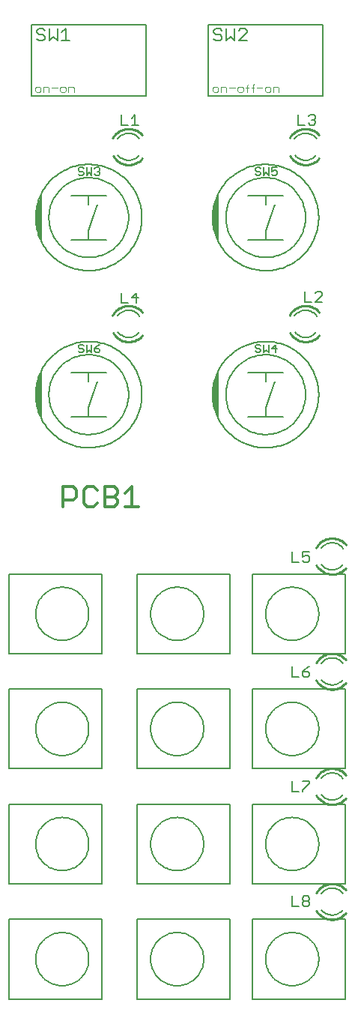
<source format=gto>
G75*
%MOIN*%
%OFA0B0*%
%FSLAX24Y24*%
%IPPOS*%
%LPD*%
%AMOC8*
5,1,8,0,0,1.08239X$1,22.5*
%
%ADD10C,0.0040*%
%ADD11C,0.0120*%
%ADD12C,0.0059*%
%ADD13C,0.0060*%
%ADD14C,0.0100*%
%ADD15C,0.0050*%
%ADD16C,0.0079*%
D10*
X002171Y040675D02*
X002111Y040735D01*
X002111Y040855D01*
X002171Y040915D01*
X002291Y040915D01*
X002351Y040855D01*
X002351Y040735D01*
X002291Y040675D01*
X002171Y040675D01*
X002479Y040675D02*
X002479Y040915D01*
X002659Y040915D01*
X002719Y040855D01*
X002719Y040675D01*
X002848Y040855D02*
X003088Y040855D01*
X003216Y040855D02*
X003216Y040735D01*
X003276Y040675D01*
X003396Y040675D01*
X003456Y040735D01*
X003456Y040855D01*
X003396Y040915D01*
X003276Y040915D01*
X003216Y040855D01*
X003584Y040915D02*
X003764Y040915D01*
X003824Y040855D01*
X003824Y040675D01*
X003584Y040675D02*
X003584Y040915D01*
X010011Y040855D02*
X010011Y040735D01*
X010071Y040675D01*
X010191Y040675D01*
X010251Y040735D01*
X010251Y040855D01*
X010191Y040915D01*
X010071Y040915D01*
X010011Y040855D01*
X010379Y040915D02*
X010559Y040915D01*
X010619Y040855D01*
X010619Y040675D01*
X010748Y040855D02*
X010988Y040855D01*
X011116Y040855D02*
X011116Y040735D01*
X011176Y040675D01*
X011296Y040675D01*
X011356Y040735D01*
X011356Y040855D01*
X011296Y040915D01*
X011176Y040915D01*
X011116Y040855D01*
X011484Y040855D02*
X011604Y040855D01*
X011730Y040855D02*
X011850Y040855D01*
X011975Y040855D02*
X012215Y040855D01*
X012344Y040855D02*
X012344Y040735D01*
X012404Y040675D01*
X012524Y040675D01*
X012584Y040735D01*
X012584Y040855D01*
X012524Y040915D01*
X012404Y040915D01*
X012344Y040855D01*
X012712Y040915D02*
X012892Y040915D01*
X012952Y040855D01*
X012952Y040675D01*
X012712Y040675D02*
X012712Y040915D01*
X011850Y041035D02*
X011790Y040975D01*
X011790Y040675D01*
X011544Y040975D02*
X011604Y041035D01*
X011544Y040975D02*
X011544Y040675D01*
X010379Y040675D02*
X010379Y040915D01*
D11*
X006407Y023120D02*
X006113Y022827D01*
X006407Y023120D02*
X006407Y022240D01*
X006700Y022240D02*
X006113Y022240D01*
X005780Y022387D02*
X005633Y022240D01*
X005193Y022240D01*
X005193Y023120D01*
X005633Y023120D01*
X005780Y022974D01*
X005780Y022827D01*
X005633Y022680D01*
X005193Y022680D01*
X005633Y022680D02*
X005780Y022533D01*
X005780Y022387D01*
X004859Y022387D02*
X004712Y022240D01*
X004419Y022240D01*
X004272Y022387D01*
X004272Y022974D01*
X004419Y023120D01*
X004712Y023120D01*
X004859Y022974D01*
X003938Y022974D02*
X003938Y022680D01*
X003791Y022533D01*
X003351Y022533D01*
X003351Y022240D02*
X003351Y023120D01*
X003791Y023120D01*
X003938Y022974D01*
D12*
X005078Y000348D02*
X000944Y000348D01*
X000944Y003892D01*
X005078Y003892D01*
X005078Y000348D01*
X006652Y000348D02*
X010786Y000348D01*
X010786Y003892D01*
X006652Y003892D01*
X006652Y000348D01*
X007243Y002120D02*
X007245Y002189D01*
X007251Y002257D01*
X007261Y002325D01*
X007275Y002392D01*
X007293Y002459D01*
X007314Y002524D01*
X007340Y002588D01*
X007369Y002650D01*
X007401Y002710D01*
X007437Y002769D01*
X007477Y002825D01*
X007519Y002879D01*
X007565Y002930D01*
X007614Y002979D01*
X007665Y003025D01*
X007719Y003067D01*
X007775Y003107D01*
X007833Y003143D01*
X007894Y003175D01*
X007956Y003204D01*
X008020Y003230D01*
X008085Y003251D01*
X008152Y003269D01*
X008219Y003283D01*
X008287Y003293D01*
X008355Y003299D01*
X008424Y003301D01*
X008493Y003299D01*
X008561Y003293D01*
X008629Y003283D01*
X008696Y003269D01*
X008763Y003251D01*
X008828Y003230D01*
X008892Y003204D01*
X008954Y003175D01*
X009014Y003143D01*
X009073Y003107D01*
X009129Y003067D01*
X009183Y003025D01*
X009234Y002979D01*
X009283Y002930D01*
X009329Y002879D01*
X009371Y002825D01*
X009411Y002769D01*
X009447Y002710D01*
X009479Y002650D01*
X009508Y002588D01*
X009534Y002524D01*
X009555Y002459D01*
X009573Y002392D01*
X009587Y002325D01*
X009597Y002257D01*
X009603Y002189D01*
X009605Y002120D01*
X009603Y002051D01*
X009597Y001983D01*
X009587Y001915D01*
X009573Y001848D01*
X009555Y001781D01*
X009534Y001716D01*
X009508Y001652D01*
X009479Y001590D01*
X009447Y001529D01*
X009411Y001471D01*
X009371Y001415D01*
X009329Y001361D01*
X009283Y001310D01*
X009234Y001261D01*
X009183Y001215D01*
X009129Y001173D01*
X009073Y001133D01*
X009015Y001097D01*
X008954Y001065D01*
X008892Y001036D01*
X008828Y001010D01*
X008763Y000989D01*
X008696Y000971D01*
X008629Y000957D01*
X008561Y000947D01*
X008493Y000941D01*
X008424Y000939D01*
X008355Y000941D01*
X008287Y000947D01*
X008219Y000957D01*
X008152Y000971D01*
X008085Y000989D01*
X008020Y001010D01*
X007956Y001036D01*
X007894Y001065D01*
X007833Y001097D01*
X007775Y001133D01*
X007719Y001173D01*
X007665Y001215D01*
X007614Y001261D01*
X007565Y001310D01*
X007519Y001361D01*
X007477Y001415D01*
X007437Y001471D01*
X007401Y001529D01*
X007369Y001590D01*
X007340Y001652D01*
X007314Y001716D01*
X007293Y001781D01*
X007275Y001848D01*
X007261Y001915D01*
X007251Y001983D01*
X007245Y002051D01*
X007243Y002120D01*
X006652Y005467D02*
X010786Y005467D01*
X010786Y009010D01*
X006652Y009010D01*
X006652Y005467D01*
X005078Y005467D02*
X005078Y009010D01*
X000944Y009010D01*
X000944Y005467D01*
X005078Y005467D01*
X002125Y007238D02*
X002127Y007307D01*
X002133Y007375D01*
X002143Y007443D01*
X002157Y007510D01*
X002175Y007577D01*
X002196Y007642D01*
X002222Y007706D01*
X002251Y007768D01*
X002283Y007828D01*
X002319Y007887D01*
X002359Y007943D01*
X002401Y007997D01*
X002447Y008048D01*
X002496Y008097D01*
X002547Y008143D01*
X002601Y008185D01*
X002657Y008225D01*
X002715Y008261D01*
X002776Y008293D01*
X002838Y008322D01*
X002902Y008348D01*
X002967Y008369D01*
X003034Y008387D01*
X003101Y008401D01*
X003169Y008411D01*
X003237Y008417D01*
X003306Y008419D01*
X003375Y008417D01*
X003443Y008411D01*
X003511Y008401D01*
X003578Y008387D01*
X003645Y008369D01*
X003710Y008348D01*
X003774Y008322D01*
X003836Y008293D01*
X003896Y008261D01*
X003955Y008225D01*
X004011Y008185D01*
X004065Y008143D01*
X004116Y008097D01*
X004165Y008048D01*
X004211Y007997D01*
X004253Y007943D01*
X004293Y007887D01*
X004329Y007828D01*
X004361Y007768D01*
X004390Y007706D01*
X004416Y007642D01*
X004437Y007577D01*
X004455Y007510D01*
X004469Y007443D01*
X004479Y007375D01*
X004485Y007307D01*
X004487Y007238D01*
X004485Y007169D01*
X004479Y007101D01*
X004469Y007033D01*
X004455Y006966D01*
X004437Y006899D01*
X004416Y006834D01*
X004390Y006770D01*
X004361Y006708D01*
X004329Y006647D01*
X004293Y006589D01*
X004253Y006533D01*
X004211Y006479D01*
X004165Y006428D01*
X004116Y006379D01*
X004065Y006333D01*
X004011Y006291D01*
X003955Y006251D01*
X003897Y006215D01*
X003836Y006183D01*
X003774Y006154D01*
X003710Y006128D01*
X003645Y006107D01*
X003578Y006089D01*
X003511Y006075D01*
X003443Y006065D01*
X003375Y006059D01*
X003306Y006057D01*
X003237Y006059D01*
X003169Y006065D01*
X003101Y006075D01*
X003034Y006089D01*
X002967Y006107D01*
X002902Y006128D01*
X002838Y006154D01*
X002776Y006183D01*
X002715Y006215D01*
X002657Y006251D01*
X002601Y006291D01*
X002547Y006333D01*
X002496Y006379D01*
X002447Y006428D01*
X002401Y006479D01*
X002359Y006533D01*
X002319Y006589D01*
X002283Y006647D01*
X002251Y006708D01*
X002222Y006770D01*
X002196Y006834D01*
X002175Y006899D01*
X002157Y006966D01*
X002143Y007033D01*
X002133Y007101D01*
X002127Y007169D01*
X002125Y007238D01*
X000944Y010585D02*
X005078Y010585D01*
X005078Y014128D01*
X000944Y014128D01*
X000944Y010585D01*
X000944Y015703D02*
X005078Y015703D01*
X005078Y019246D01*
X000944Y019246D01*
X000944Y015703D01*
X002125Y017474D02*
X002127Y017543D01*
X002133Y017611D01*
X002143Y017679D01*
X002157Y017746D01*
X002175Y017813D01*
X002196Y017878D01*
X002222Y017942D01*
X002251Y018004D01*
X002283Y018064D01*
X002319Y018123D01*
X002359Y018179D01*
X002401Y018233D01*
X002447Y018284D01*
X002496Y018333D01*
X002547Y018379D01*
X002601Y018421D01*
X002657Y018461D01*
X002715Y018497D01*
X002776Y018529D01*
X002838Y018558D01*
X002902Y018584D01*
X002967Y018605D01*
X003034Y018623D01*
X003101Y018637D01*
X003169Y018647D01*
X003237Y018653D01*
X003306Y018655D01*
X003375Y018653D01*
X003443Y018647D01*
X003511Y018637D01*
X003578Y018623D01*
X003645Y018605D01*
X003710Y018584D01*
X003774Y018558D01*
X003836Y018529D01*
X003896Y018497D01*
X003955Y018461D01*
X004011Y018421D01*
X004065Y018379D01*
X004116Y018333D01*
X004165Y018284D01*
X004211Y018233D01*
X004253Y018179D01*
X004293Y018123D01*
X004329Y018064D01*
X004361Y018004D01*
X004390Y017942D01*
X004416Y017878D01*
X004437Y017813D01*
X004455Y017746D01*
X004469Y017679D01*
X004479Y017611D01*
X004485Y017543D01*
X004487Y017474D01*
X004485Y017405D01*
X004479Y017337D01*
X004469Y017269D01*
X004455Y017202D01*
X004437Y017135D01*
X004416Y017070D01*
X004390Y017006D01*
X004361Y016944D01*
X004329Y016883D01*
X004293Y016825D01*
X004253Y016769D01*
X004211Y016715D01*
X004165Y016664D01*
X004116Y016615D01*
X004065Y016569D01*
X004011Y016527D01*
X003955Y016487D01*
X003897Y016451D01*
X003836Y016419D01*
X003774Y016390D01*
X003710Y016364D01*
X003645Y016343D01*
X003578Y016325D01*
X003511Y016311D01*
X003443Y016301D01*
X003375Y016295D01*
X003306Y016293D01*
X003237Y016295D01*
X003169Y016301D01*
X003101Y016311D01*
X003034Y016325D01*
X002967Y016343D01*
X002902Y016364D01*
X002838Y016390D01*
X002776Y016419D01*
X002715Y016451D01*
X002657Y016487D01*
X002601Y016527D01*
X002547Y016569D01*
X002496Y016615D01*
X002447Y016664D01*
X002401Y016715D01*
X002359Y016769D01*
X002319Y016825D01*
X002283Y016883D01*
X002251Y016944D01*
X002222Y017006D01*
X002196Y017070D01*
X002175Y017135D01*
X002157Y017202D01*
X002143Y017269D01*
X002133Y017337D01*
X002127Y017405D01*
X002125Y017474D01*
X002125Y012356D02*
X002127Y012425D01*
X002133Y012493D01*
X002143Y012561D01*
X002157Y012628D01*
X002175Y012695D01*
X002196Y012760D01*
X002222Y012824D01*
X002251Y012886D01*
X002283Y012946D01*
X002319Y013005D01*
X002359Y013061D01*
X002401Y013115D01*
X002447Y013166D01*
X002496Y013215D01*
X002547Y013261D01*
X002601Y013303D01*
X002657Y013343D01*
X002715Y013379D01*
X002776Y013411D01*
X002838Y013440D01*
X002902Y013466D01*
X002967Y013487D01*
X003034Y013505D01*
X003101Y013519D01*
X003169Y013529D01*
X003237Y013535D01*
X003306Y013537D01*
X003375Y013535D01*
X003443Y013529D01*
X003511Y013519D01*
X003578Y013505D01*
X003645Y013487D01*
X003710Y013466D01*
X003774Y013440D01*
X003836Y013411D01*
X003896Y013379D01*
X003955Y013343D01*
X004011Y013303D01*
X004065Y013261D01*
X004116Y013215D01*
X004165Y013166D01*
X004211Y013115D01*
X004253Y013061D01*
X004293Y013005D01*
X004329Y012946D01*
X004361Y012886D01*
X004390Y012824D01*
X004416Y012760D01*
X004437Y012695D01*
X004455Y012628D01*
X004469Y012561D01*
X004479Y012493D01*
X004485Y012425D01*
X004487Y012356D01*
X004485Y012287D01*
X004479Y012219D01*
X004469Y012151D01*
X004455Y012084D01*
X004437Y012017D01*
X004416Y011952D01*
X004390Y011888D01*
X004361Y011826D01*
X004329Y011765D01*
X004293Y011707D01*
X004253Y011651D01*
X004211Y011597D01*
X004165Y011546D01*
X004116Y011497D01*
X004065Y011451D01*
X004011Y011409D01*
X003955Y011369D01*
X003897Y011333D01*
X003836Y011301D01*
X003774Y011272D01*
X003710Y011246D01*
X003645Y011225D01*
X003578Y011207D01*
X003511Y011193D01*
X003443Y011183D01*
X003375Y011177D01*
X003306Y011175D01*
X003237Y011177D01*
X003169Y011183D01*
X003101Y011193D01*
X003034Y011207D01*
X002967Y011225D01*
X002902Y011246D01*
X002838Y011272D01*
X002776Y011301D01*
X002715Y011333D01*
X002657Y011369D01*
X002601Y011409D01*
X002547Y011451D01*
X002496Y011497D01*
X002447Y011546D01*
X002401Y011597D01*
X002359Y011651D01*
X002319Y011707D01*
X002283Y011765D01*
X002251Y011826D01*
X002222Y011888D01*
X002196Y011952D01*
X002175Y012017D01*
X002157Y012084D01*
X002143Y012151D01*
X002133Y012219D01*
X002127Y012287D01*
X002125Y012356D01*
X006652Y010585D02*
X010786Y010585D01*
X010786Y014128D01*
X006652Y014128D01*
X006652Y010585D01*
X007243Y012356D02*
X007245Y012425D01*
X007251Y012493D01*
X007261Y012561D01*
X007275Y012628D01*
X007293Y012695D01*
X007314Y012760D01*
X007340Y012824D01*
X007369Y012886D01*
X007401Y012946D01*
X007437Y013005D01*
X007477Y013061D01*
X007519Y013115D01*
X007565Y013166D01*
X007614Y013215D01*
X007665Y013261D01*
X007719Y013303D01*
X007775Y013343D01*
X007833Y013379D01*
X007894Y013411D01*
X007956Y013440D01*
X008020Y013466D01*
X008085Y013487D01*
X008152Y013505D01*
X008219Y013519D01*
X008287Y013529D01*
X008355Y013535D01*
X008424Y013537D01*
X008493Y013535D01*
X008561Y013529D01*
X008629Y013519D01*
X008696Y013505D01*
X008763Y013487D01*
X008828Y013466D01*
X008892Y013440D01*
X008954Y013411D01*
X009014Y013379D01*
X009073Y013343D01*
X009129Y013303D01*
X009183Y013261D01*
X009234Y013215D01*
X009283Y013166D01*
X009329Y013115D01*
X009371Y013061D01*
X009411Y013005D01*
X009447Y012946D01*
X009479Y012886D01*
X009508Y012824D01*
X009534Y012760D01*
X009555Y012695D01*
X009573Y012628D01*
X009587Y012561D01*
X009597Y012493D01*
X009603Y012425D01*
X009605Y012356D01*
X009603Y012287D01*
X009597Y012219D01*
X009587Y012151D01*
X009573Y012084D01*
X009555Y012017D01*
X009534Y011952D01*
X009508Y011888D01*
X009479Y011826D01*
X009447Y011765D01*
X009411Y011707D01*
X009371Y011651D01*
X009329Y011597D01*
X009283Y011546D01*
X009234Y011497D01*
X009183Y011451D01*
X009129Y011409D01*
X009073Y011369D01*
X009015Y011333D01*
X008954Y011301D01*
X008892Y011272D01*
X008828Y011246D01*
X008763Y011225D01*
X008696Y011207D01*
X008629Y011193D01*
X008561Y011183D01*
X008493Y011177D01*
X008424Y011175D01*
X008355Y011177D01*
X008287Y011183D01*
X008219Y011193D01*
X008152Y011207D01*
X008085Y011225D01*
X008020Y011246D01*
X007956Y011272D01*
X007894Y011301D01*
X007833Y011333D01*
X007775Y011369D01*
X007719Y011409D01*
X007665Y011451D01*
X007614Y011497D01*
X007565Y011546D01*
X007519Y011597D01*
X007477Y011651D01*
X007437Y011707D01*
X007401Y011765D01*
X007369Y011826D01*
X007340Y011888D01*
X007314Y011952D01*
X007293Y012017D01*
X007275Y012084D01*
X007261Y012151D01*
X007251Y012219D01*
X007245Y012287D01*
X007243Y012356D01*
X006652Y015703D02*
X010786Y015703D01*
X010786Y019246D01*
X006652Y019246D01*
X006652Y015703D01*
X007243Y017474D02*
X007245Y017543D01*
X007251Y017611D01*
X007261Y017679D01*
X007275Y017746D01*
X007293Y017813D01*
X007314Y017878D01*
X007340Y017942D01*
X007369Y018004D01*
X007401Y018064D01*
X007437Y018123D01*
X007477Y018179D01*
X007519Y018233D01*
X007565Y018284D01*
X007614Y018333D01*
X007665Y018379D01*
X007719Y018421D01*
X007775Y018461D01*
X007833Y018497D01*
X007894Y018529D01*
X007956Y018558D01*
X008020Y018584D01*
X008085Y018605D01*
X008152Y018623D01*
X008219Y018637D01*
X008287Y018647D01*
X008355Y018653D01*
X008424Y018655D01*
X008493Y018653D01*
X008561Y018647D01*
X008629Y018637D01*
X008696Y018623D01*
X008763Y018605D01*
X008828Y018584D01*
X008892Y018558D01*
X008954Y018529D01*
X009014Y018497D01*
X009073Y018461D01*
X009129Y018421D01*
X009183Y018379D01*
X009234Y018333D01*
X009283Y018284D01*
X009329Y018233D01*
X009371Y018179D01*
X009411Y018123D01*
X009447Y018064D01*
X009479Y018004D01*
X009508Y017942D01*
X009534Y017878D01*
X009555Y017813D01*
X009573Y017746D01*
X009587Y017679D01*
X009597Y017611D01*
X009603Y017543D01*
X009605Y017474D01*
X009603Y017405D01*
X009597Y017337D01*
X009587Y017269D01*
X009573Y017202D01*
X009555Y017135D01*
X009534Y017070D01*
X009508Y017006D01*
X009479Y016944D01*
X009447Y016883D01*
X009411Y016825D01*
X009371Y016769D01*
X009329Y016715D01*
X009283Y016664D01*
X009234Y016615D01*
X009183Y016569D01*
X009129Y016527D01*
X009073Y016487D01*
X009015Y016451D01*
X008954Y016419D01*
X008892Y016390D01*
X008828Y016364D01*
X008763Y016343D01*
X008696Y016325D01*
X008629Y016311D01*
X008561Y016301D01*
X008493Y016295D01*
X008424Y016293D01*
X008355Y016295D01*
X008287Y016301D01*
X008219Y016311D01*
X008152Y016325D01*
X008085Y016343D01*
X008020Y016364D01*
X007956Y016390D01*
X007894Y016419D01*
X007833Y016451D01*
X007775Y016487D01*
X007719Y016527D01*
X007665Y016569D01*
X007614Y016615D01*
X007565Y016664D01*
X007519Y016715D01*
X007477Y016769D01*
X007437Y016825D01*
X007401Y016883D01*
X007369Y016944D01*
X007340Y017006D01*
X007314Y017070D01*
X007293Y017135D01*
X007275Y017202D01*
X007261Y017269D01*
X007251Y017337D01*
X007245Y017405D01*
X007243Y017474D01*
X005274Y026234D02*
X004487Y026234D01*
X004487Y026628D01*
X004684Y027219D01*
X004881Y027809D01*
X004487Y027809D02*
X004487Y028203D01*
X005274Y028203D01*
X004487Y028203D02*
X003700Y028203D01*
X002715Y027219D02*
X002717Y027303D01*
X002723Y027386D01*
X002733Y027469D01*
X002747Y027552D01*
X002764Y027634D01*
X002786Y027715D01*
X002811Y027794D01*
X002840Y027873D01*
X002873Y027950D01*
X002909Y028025D01*
X002949Y028099D01*
X002992Y028171D01*
X003039Y028240D01*
X003089Y028307D01*
X003142Y028372D01*
X003198Y028434D01*
X003256Y028494D01*
X003318Y028551D01*
X003382Y028604D01*
X003449Y028655D01*
X003518Y028702D01*
X003589Y028747D01*
X003662Y028787D01*
X003737Y028824D01*
X003814Y028858D01*
X003892Y028888D01*
X003971Y028914D01*
X004052Y028937D01*
X004134Y028955D01*
X004216Y028970D01*
X004299Y028981D01*
X004382Y028988D01*
X004466Y028991D01*
X004550Y028990D01*
X004633Y028985D01*
X004717Y028976D01*
X004799Y028963D01*
X004881Y028947D01*
X004962Y028926D01*
X005043Y028902D01*
X005121Y028874D01*
X005199Y028842D01*
X005275Y028806D01*
X005349Y028767D01*
X005421Y028725D01*
X005491Y028679D01*
X005559Y028630D01*
X005624Y028578D01*
X005687Y028523D01*
X005747Y028465D01*
X005805Y028404D01*
X005859Y028340D01*
X005911Y028274D01*
X005959Y028206D01*
X006004Y028135D01*
X006045Y028062D01*
X006084Y027988D01*
X006118Y027912D01*
X006149Y027834D01*
X006176Y027755D01*
X006200Y027674D01*
X006219Y027593D01*
X006235Y027511D01*
X006247Y027428D01*
X006255Y027344D01*
X006259Y027261D01*
X006259Y027177D01*
X006255Y027094D01*
X006247Y027010D01*
X006235Y026927D01*
X006219Y026845D01*
X006200Y026764D01*
X006176Y026683D01*
X006149Y026604D01*
X006118Y026526D01*
X006084Y026450D01*
X006045Y026376D01*
X006004Y026303D01*
X005959Y026232D01*
X005911Y026164D01*
X005859Y026098D01*
X005805Y026034D01*
X005747Y025973D01*
X005687Y025915D01*
X005624Y025860D01*
X005559Y025808D01*
X005491Y025759D01*
X005421Y025713D01*
X005349Y025671D01*
X005275Y025632D01*
X005199Y025596D01*
X005121Y025564D01*
X005043Y025536D01*
X004962Y025512D01*
X004881Y025491D01*
X004799Y025475D01*
X004717Y025462D01*
X004633Y025453D01*
X004550Y025448D01*
X004466Y025447D01*
X004382Y025450D01*
X004299Y025457D01*
X004216Y025468D01*
X004134Y025483D01*
X004052Y025501D01*
X003971Y025524D01*
X003892Y025550D01*
X003814Y025580D01*
X003737Y025614D01*
X003662Y025651D01*
X003589Y025691D01*
X003518Y025736D01*
X003449Y025783D01*
X003382Y025834D01*
X003318Y025887D01*
X003256Y025944D01*
X003198Y026004D01*
X003142Y026066D01*
X003089Y026131D01*
X003039Y026198D01*
X002992Y026267D01*
X002949Y026339D01*
X002909Y026413D01*
X002873Y026488D01*
X002840Y026565D01*
X002811Y026644D01*
X002786Y026723D01*
X002764Y026804D01*
X002747Y026886D01*
X002733Y026969D01*
X002723Y027052D01*
X002717Y027135D01*
X002715Y027219D01*
X002282Y028006D02*
X002282Y026431D01*
X002322Y026313D02*
X002322Y028124D01*
X002361Y028203D02*
X002361Y026234D01*
X002243Y026549D02*
X002243Y027888D01*
X002204Y027730D02*
X002204Y026707D01*
X002164Y026982D02*
X002164Y027494D01*
X003700Y026234D02*
X004487Y026234D01*
X004487Y034108D02*
X003700Y034108D01*
X004487Y034108D02*
X004487Y034502D01*
X004684Y035093D01*
X004881Y035683D01*
X004487Y035683D02*
X004487Y036077D01*
X005274Y036077D01*
X004487Y036077D02*
X003700Y036077D01*
X002715Y035093D02*
X002717Y035177D01*
X002723Y035260D01*
X002733Y035343D01*
X002747Y035426D01*
X002764Y035508D01*
X002786Y035589D01*
X002811Y035668D01*
X002840Y035747D01*
X002873Y035824D01*
X002909Y035899D01*
X002949Y035973D01*
X002992Y036045D01*
X003039Y036114D01*
X003089Y036181D01*
X003142Y036246D01*
X003198Y036308D01*
X003256Y036368D01*
X003318Y036425D01*
X003382Y036478D01*
X003449Y036529D01*
X003518Y036576D01*
X003589Y036621D01*
X003662Y036661D01*
X003737Y036698D01*
X003814Y036732D01*
X003892Y036762D01*
X003971Y036788D01*
X004052Y036811D01*
X004134Y036829D01*
X004216Y036844D01*
X004299Y036855D01*
X004382Y036862D01*
X004466Y036865D01*
X004550Y036864D01*
X004633Y036859D01*
X004717Y036850D01*
X004799Y036837D01*
X004881Y036821D01*
X004962Y036800D01*
X005043Y036776D01*
X005121Y036748D01*
X005199Y036716D01*
X005275Y036680D01*
X005349Y036641D01*
X005421Y036599D01*
X005491Y036553D01*
X005559Y036504D01*
X005624Y036452D01*
X005687Y036397D01*
X005747Y036339D01*
X005805Y036278D01*
X005859Y036214D01*
X005911Y036148D01*
X005959Y036080D01*
X006004Y036009D01*
X006045Y035936D01*
X006084Y035862D01*
X006118Y035786D01*
X006149Y035708D01*
X006176Y035629D01*
X006200Y035548D01*
X006219Y035467D01*
X006235Y035385D01*
X006247Y035302D01*
X006255Y035218D01*
X006259Y035135D01*
X006259Y035051D01*
X006255Y034968D01*
X006247Y034884D01*
X006235Y034801D01*
X006219Y034719D01*
X006200Y034638D01*
X006176Y034557D01*
X006149Y034478D01*
X006118Y034400D01*
X006084Y034324D01*
X006045Y034250D01*
X006004Y034177D01*
X005959Y034106D01*
X005911Y034038D01*
X005859Y033972D01*
X005805Y033908D01*
X005747Y033847D01*
X005687Y033789D01*
X005624Y033734D01*
X005559Y033682D01*
X005491Y033633D01*
X005421Y033587D01*
X005349Y033545D01*
X005275Y033506D01*
X005199Y033470D01*
X005121Y033438D01*
X005043Y033410D01*
X004962Y033386D01*
X004881Y033365D01*
X004799Y033349D01*
X004717Y033336D01*
X004633Y033327D01*
X004550Y033322D01*
X004466Y033321D01*
X004382Y033324D01*
X004299Y033331D01*
X004216Y033342D01*
X004134Y033357D01*
X004052Y033375D01*
X003971Y033398D01*
X003892Y033424D01*
X003814Y033454D01*
X003737Y033488D01*
X003662Y033525D01*
X003589Y033565D01*
X003518Y033610D01*
X003449Y033657D01*
X003382Y033708D01*
X003318Y033761D01*
X003256Y033818D01*
X003198Y033878D01*
X003142Y033940D01*
X003089Y034005D01*
X003039Y034072D01*
X002992Y034141D01*
X002949Y034213D01*
X002909Y034287D01*
X002873Y034362D01*
X002840Y034439D01*
X002811Y034518D01*
X002786Y034597D01*
X002764Y034678D01*
X002747Y034760D01*
X002733Y034843D01*
X002723Y034926D01*
X002717Y035009D01*
X002715Y035093D01*
X002282Y035880D02*
X002282Y034305D01*
X002322Y034187D02*
X002322Y035998D01*
X002361Y036077D02*
X002361Y034108D01*
X002243Y034423D02*
X002243Y035762D01*
X002204Y035604D02*
X002204Y034581D01*
X002164Y034856D02*
X002164Y035368D01*
X004487Y034108D02*
X005274Y034108D01*
X010038Y034856D02*
X010038Y035368D01*
X010078Y035604D02*
X010078Y034581D01*
X010117Y034423D02*
X010117Y035762D01*
X010156Y035880D02*
X010156Y034305D01*
X010196Y034187D02*
X010196Y035998D01*
X010235Y036077D02*
X010235Y034108D01*
X011574Y034108D02*
X012361Y034108D01*
X012361Y034502D01*
X012558Y035093D01*
X012755Y035683D01*
X012361Y035683D02*
X012361Y036077D01*
X013148Y036077D01*
X012361Y036077D02*
X011574Y036077D01*
X010589Y035093D02*
X010591Y035177D01*
X010597Y035260D01*
X010607Y035343D01*
X010621Y035426D01*
X010638Y035508D01*
X010660Y035589D01*
X010685Y035668D01*
X010714Y035747D01*
X010747Y035824D01*
X010783Y035899D01*
X010823Y035973D01*
X010866Y036045D01*
X010913Y036114D01*
X010963Y036181D01*
X011016Y036246D01*
X011072Y036308D01*
X011130Y036368D01*
X011192Y036425D01*
X011256Y036478D01*
X011323Y036529D01*
X011392Y036576D01*
X011463Y036621D01*
X011536Y036661D01*
X011611Y036698D01*
X011688Y036732D01*
X011766Y036762D01*
X011845Y036788D01*
X011926Y036811D01*
X012008Y036829D01*
X012090Y036844D01*
X012173Y036855D01*
X012256Y036862D01*
X012340Y036865D01*
X012424Y036864D01*
X012507Y036859D01*
X012591Y036850D01*
X012673Y036837D01*
X012755Y036821D01*
X012836Y036800D01*
X012917Y036776D01*
X012995Y036748D01*
X013073Y036716D01*
X013149Y036680D01*
X013223Y036641D01*
X013295Y036599D01*
X013365Y036553D01*
X013433Y036504D01*
X013498Y036452D01*
X013561Y036397D01*
X013621Y036339D01*
X013679Y036278D01*
X013733Y036214D01*
X013785Y036148D01*
X013833Y036080D01*
X013878Y036009D01*
X013919Y035936D01*
X013958Y035862D01*
X013992Y035786D01*
X014023Y035708D01*
X014050Y035629D01*
X014074Y035548D01*
X014093Y035467D01*
X014109Y035385D01*
X014121Y035302D01*
X014129Y035218D01*
X014133Y035135D01*
X014133Y035051D01*
X014129Y034968D01*
X014121Y034884D01*
X014109Y034801D01*
X014093Y034719D01*
X014074Y034638D01*
X014050Y034557D01*
X014023Y034478D01*
X013992Y034400D01*
X013958Y034324D01*
X013919Y034250D01*
X013878Y034177D01*
X013833Y034106D01*
X013785Y034038D01*
X013733Y033972D01*
X013679Y033908D01*
X013621Y033847D01*
X013561Y033789D01*
X013498Y033734D01*
X013433Y033682D01*
X013365Y033633D01*
X013295Y033587D01*
X013223Y033545D01*
X013149Y033506D01*
X013073Y033470D01*
X012995Y033438D01*
X012917Y033410D01*
X012836Y033386D01*
X012755Y033365D01*
X012673Y033349D01*
X012591Y033336D01*
X012507Y033327D01*
X012424Y033322D01*
X012340Y033321D01*
X012256Y033324D01*
X012173Y033331D01*
X012090Y033342D01*
X012008Y033357D01*
X011926Y033375D01*
X011845Y033398D01*
X011766Y033424D01*
X011688Y033454D01*
X011611Y033488D01*
X011536Y033525D01*
X011463Y033565D01*
X011392Y033610D01*
X011323Y033657D01*
X011256Y033708D01*
X011192Y033761D01*
X011130Y033818D01*
X011072Y033878D01*
X011016Y033940D01*
X010963Y034005D01*
X010913Y034072D01*
X010866Y034141D01*
X010823Y034213D01*
X010783Y034287D01*
X010747Y034362D01*
X010714Y034439D01*
X010685Y034518D01*
X010660Y034597D01*
X010638Y034678D01*
X010621Y034760D01*
X010607Y034843D01*
X010597Y034926D01*
X010591Y035009D01*
X010589Y035093D01*
X012361Y034108D02*
X013148Y034108D01*
X013148Y028203D02*
X012361Y028203D01*
X012361Y027809D01*
X012755Y027809D02*
X012558Y027219D01*
X012361Y026628D01*
X012361Y026234D01*
X013148Y026234D01*
X012361Y026234D02*
X011574Y026234D01*
X010589Y027219D02*
X010591Y027303D01*
X010597Y027386D01*
X010607Y027469D01*
X010621Y027552D01*
X010638Y027634D01*
X010660Y027715D01*
X010685Y027794D01*
X010714Y027873D01*
X010747Y027950D01*
X010783Y028025D01*
X010823Y028099D01*
X010866Y028171D01*
X010913Y028240D01*
X010963Y028307D01*
X011016Y028372D01*
X011072Y028434D01*
X011130Y028494D01*
X011192Y028551D01*
X011256Y028604D01*
X011323Y028655D01*
X011392Y028702D01*
X011463Y028747D01*
X011536Y028787D01*
X011611Y028824D01*
X011688Y028858D01*
X011766Y028888D01*
X011845Y028914D01*
X011926Y028937D01*
X012008Y028955D01*
X012090Y028970D01*
X012173Y028981D01*
X012256Y028988D01*
X012340Y028991D01*
X012424Y028990D01*
X012507Y028985D01*
X012591Y028976D01*
X012673Y028963D01*
X012755Y028947D01*
X012836Y028926D01*
X012917Y028902D01*
X012995Y028874D01*
X013073Y028842D01*
X013149Y028806D01*
X013223Y028767D01*
X013295Y028725D01*
X013365Y028679D01*
X013433Y028630D01*
X013498Y028578D01*
X013561Y028523D01*
X013621Y028465D01*
X013679Y028404D01*
X013733Y028340D01*
X013785Y028274D01*
X013833Y028206D01*
X013878Y028135D01*
X013919Y028062D01*
X013958Y027988D01*
X013992Y027912D01*
X014023Y027834D01*
X014050Y027755D01*
X014074Y027674D01*
X014093Y027593D01*
X014109Y027511D01*
X014121Y027428D01*
X014129Y027344D01*
X014133Y027261D01*
X014133Y027177D01*
X014129Y027094D01*
X014121Y027010D01*
X014109Y026927D01*
X014093Y026845D01*
X014074Y026764D01*
X014050Y026683D01*
X014023Y026604D01*
X013992Y026526D01*
X013958Y026450D01*
X013919Y026376D01*
X013878Y026303D01*
X013833Y026232D01*
X013785Y026164D01*
X013733Y026098D01*
X013679Y026034D01*
X013621Y025973D01*
X013561Y025915D01*
X013498Y025860D01*
X013433Y025808D01*
X013365Y025759D01*
X013295Y025713D01*
X013223Y025671D01*
X013149Y025632D01*
X013073Y025596D01*
X012995Y025564D01*
X012917Y025536D01*
X012836Y025512D01*
X012755Y025491D01*
X012673Y025475D01*
X012591Y025462D01*
X012507Y025453D01*
X012424Y025448D01*
X012340Y025447D01*
X012256Y025450D01*
X012173Y025457D01*
X012090Y025468D01*
X012008Y025483D01*
X011926Y025501D01*
X011845Y025524D01*
X011766Y025550D01*
X011688Y025580D01*
X011611Y025614D01*
X011536Y025651D01*
X011463Y025691D01*
X011392Y025736D01*
X011323Y025783D01*
X011256Y025834D01*
X011192Y025887D01*
X011130Y025944D01*
X011072Y026004D01*
X011016Y026066D01*
X010963Y026131D01*
X010913Y026198D01*
X010866Y026267D01*
X010823Y026339D01*
X010783Y026413D01*
X010747Y026488D01*
X010714Y026565D01*
X010685Y026644D01*
X010660Y026723D01*
X010638Y026804D01*
X010621Y026886D01*
X010607Y026969D01*
X010597Y027052D01*
X010591Y027135D01*
X010589Y027219D01*
X010117Y027888D02*
X010117Y026549D01*
X010156Y026431D02*
X010156Y028006D01*
X010196Y028124D02*
X010196Y026313D01*
X010235Y026234D02*
X010235Y028203D01*
X010078Y027730D02*
X010078Y026707D01*
X010038Y026982D02*
X010038Y027494D01*
X011574Y028203D02*
X012361Y028203D01*
X011770Y019246D02*
X015904Y019246D01*
X015904Y015703D01*
X011770Y015703D01*
X011770Y019246D01*
X012361Y017474D02*
X012363Y017543D01*
X012369Y017611D01*
X012379Y017679D01*
X012393Y017746D01*
X012411Y017813D01*
X012432Y017878D01*
X012458Y017942D01*
X012487Y018004D01*
X012519Y018064D01*
X012555Y018123D01*
X012595Y018179D01*
X012637Y018233D01*
X012683Y018284D01*
X012732Y018333D01*
X012783Y018379D01*
X012837Y018421D01*
X012893Y018461D01*
X012951Y018497D01*
X013012Y018529D01*
X013074Y018558D01*
X013138Y018584D01*
X013203Y018605D01*
X013270Y018623D01*
X013337Y018637D01*
X013405Y018647D01*
X013473Y018653D01*
X013542Y018655D01*
X013611Y018653D01*
X013679Y018647D01*
X013747Y018637D01*
X013814Y018623D01*
X013881Y018605D01*
X013946Y018584D01*
X014010Y018558D01*
X014072Y018529D01*
X014132Y018497D01*
X014191Y018461D01*
X014247Y018421D01*
X014301Y018379D01*
X014352Y018333D01*
X014401Y018284D01*
X014447Y018233D01*
X014489Y018179D01*
X014529Y018123D01*
X014565Y018064D01*
X014597Y018004D01*
X014626Y017942D01*
X014652Y017878D01*
X014673Y017813D01*
X014691Y017746D01*
X014705Y017679D01*
X014715Y017611D01*
X014721Y017543D01*
X014723Y017474D01*
X014721Y017405D01*
X014715Y017337D01*
X014705Y017269D01*
X014691Y017202D01*
X014673Y017135D01*
X014652Y017070D01*
X014626Y017006D01*
X014597Y016944D01*
X014565Y016883D01*
X014529Y016825D01*
X014489Y016769D01*
X014447Y016715D01*
X014401Y016664D01*
X014352Y016615D01*
X014301Y016569D01*
X014247Y016527D01*
X014191Y016487D01*
X014133Y016451D01*
X014072Y016419D01*
X014010Y016390D01*
X013946Y016364D01*
X013881Y016343D01*
X013814Y016325D01*
X013747Y016311D01*
X013679Y016301D01*
X013611Y016295D01*
X013542Y016293D01*
X013473Y016295D01*
X013405Y016301D01*
X013337Y016311D01*
X013270Y016325D01*
X013203Y016343D01*
X013138Y016364D01*
X013074Y016390D01*
X013012Y016419D01*
X012951Y016451D01*
X012893Y016487D01*
X012837Y016527D01*
X012783Y016569D01*
X012732Y016615D01*
X012683Y016664D01*
X012637Y016715D01*
X012595Y016769D01*
X012555Y016825D01*
X012519Y016883D01*
X012487Y016944D01*
X012458Y017006D01*
X012432Y017070D01*
X012411Y017135D01*
X012393Y017202D01*
X012379Y017269D01*
X012369Y017337D01*
X012363Y017405D01*
X012361Y017474D01*
X011770Y014128D02*
X015904Y014128D01*
X015904Y010585D01*
X011770Y010585D01*
X011770Y014128D01*
X012361Y012356D02*
X012363Y012425D01*
X012369Y012493D01*
X012379Y012561D01*
X012393Y012628D01*
X012411Y012695D01*
X012432Y012760D01*
X012458Y012824D01*
X012487Y012886D01*
X012519Y012946D01*
X012555Y013005D01*
X012595Y013061D01*
X012637Y013115D01*
X012683Y013166D01*
X012732Y013215D01*
X012783Y013261D01*
X012837Y013303D01*
X012893Y013343D01*
X012951Y013379D01*
X013012Y013411D01*
X013074Y013440D01*
X013138Y013466D01*
X013203Y013487D01*
X013270Y013505D01*
X013337Y013519D01*
X013405Y013529D01*
X013473Y013535D01*
X013542Y013537D01*
X013611Y013535D01*
X013679Y013529D01*
X013747Y013519D01*
X013814Y013505D01*
X013881Y013487D01*
X013946Y013466D01*
X014010Y013440D01*
X014072Y013411D01*
X014132Y013379D01*
X014191Y013343D01*
X014247Y013303D01*
X014301Y013261D01*
X014352Y013215D01*
X014401Y013166D01*
X014447Y013115D01*
X014489Y013061D01*
X014529Y013005D01*
X014565Y012946D01*
X014597Y012886D01*
X014626Y012824D01*
X014652Y012760D01*
X014673Y012695D01*
X014691Y012628D01*
X014705Y012561D01*
X014715Y012493D01*
X014721Y012425D01*
X014723Y012356D01*
X014721Y012287D01*
X014715Y012219D01*
X014705Y012151D01*
X014691Y012084D01*
X014673Y012017D01*
X014652Y011952D01*
X014626Y011888D01*
X014597Y011826D01*
X014565Y011765D01*
X014529Y011707D01*
X014489Y011651D01*
X014447Y011597D01*
X014401Y011546D01*
X014352Y011497D01*
X014301Y011451D01*
X014247Y011409D01*
X014191Y011369D01*
X014133Y011333D01*
X014072Y011301D01*
X014010Y011272D01*
X013946Y011246D01*
X013881Y011225D01*
X013814Y011207D01*
X013747Y011193D01*
X013679Y011183D01*
X013611Y011177D01*
X013542Y011175D01*
X013473Y011177D01*
X013405Y011183D01*
X013337Y011193D01*
X013270Y011207D01*
X013203Y011225D01*
X013138Y011246D01*
X013074Y011272D01*
X013012Y011301D01*
X012951Y011333D01*
X012893Y011369D01*
X012837Y011409D01*
X012783Y011451D01*
X012732Y011497D01*
X012683Y011546D01*
X012637Y011597D01*
X012595Y011651D01*
X012555Y011707D01*
X012519Y011765D01*
X012487Y011826D01*
X012458Y011888D01*
X012432Y011952D01*
X012411Y012017D01*
X012393Y012084D01*
X012379Y012151D01*
X012369Y012219D01*
X012363Y012287D01*
X012361Y012356D01*
X011770Y009010D02*
X015904Y009010D01*
X015904Y005467D01*
X011770Y005467D01*
X011770Y009010D01*
X012361Y007238D02*
X012363Y007307D01*
X012369Y007375D01*
X012379Y007443D01*
X012393Y007510D01*
X012411Y007577D01*
X012432Y007642D01*
X012458Y007706D01*
X012487Y007768D01*
X012519Y007828D01*
X012555Y007887D01*
X012595Y007943D01*
X012637Y007997D01*
X012683Y008048D01*
X012732Y008097D01*
X012783Y008143D01*
X012837Y008185D01*
X012893Y008225D01*
X012951Y008261D01*
X013012Y008293D01*
X013074Y008322D01*
X013138Y008348D01*
X013203Y008369D01*
X013270Y008387D01*
X013337Y008401D01*
X013405Y008411D01*
X013473Y008417D01*
X013542Y008419D01*
X013611Y008417D01*
X013679Y008411D01*
X013747Y008401D01*
X013814Y008387D01*
X013881Y008369D01*
X013946Y008348D01*
X014010Y008322D01*
X014072Y008293D01*
X014132Y008261D01*
X014191Y008225D01*
X014247Y008185D01*
X014301Y008143D01*
X014352Y008097D01*
X014401Y008048D01*
X014447Y007997D01*
X014489Y007943D01*
X014529Y007887D01*
X014565Y007828D01*
X014597Y007768D01*
X014626Y007706D01*
X014652Y007642D01*
X014673Y007577D01*
X014691Y007510D01*
X014705Y007443D01*
X014715Y007375D01*
X014721Y007307D01*
X014723Y007238D01*
X014721Y007169D01*
X014715Y007101D01*
X014705Y007033D01*
X014691Y006966D01*
X014673Y006899D01*
X014652Y006834D01*
X014626Y006770D01*
X014597Y006708D01*
X014565Y006647D01*
X014529Y006589D01*
X014489Y006533D01*
X014447Y006479D01*
X014401Y006428D01*
X014352Y006379D01*
X014301Y006333D01*
X014247Y006291D01*
X014191Y006251D01*
X014133Y006215D01*
X014072Y006183D01*
X014010Y006154D01*
X013946Y006128D01*
X013881Y006107D01*
X013814Y006089D01*
X013747Y006075D01*
X013679Y006065D01*
X013611Y006059D01*
X013542Y006057D01*
X013473Y006059D01*
X013405Y006065D01*
X013337Y006075D01*
X013270Y006089D01*
X013203Y006107D01*
X013138Y006128D01*
X013074Y006154D01*
X013012Y006183D01*
X012951Y006215D01*
X012893Y006251D01*
X012837Y006291D01*
X012783Y006333D01*
X012732Y006379D01*
X012683Y006428D01*
X012637Y006479D01*
X012595Y006533D01*
X012555Y006589D01*
X012519Y006647D01*
X012487Y006708D01*
X012458Y006770D01*
X012432Y006834D01*
X012411Y006899D01*
X012393Y006966D01*
X012379Y007033D01*
X012369Y007101D01*
X012363Y007169D01*
X012361Y007238D01*
X011770Y003892D02*
X015904Y003892D01*
X015904Y000348D01*
X011770Y000348D01*
X011770Y003892D01*
X012361Y002120D02*
X012363Y002189D01*
X012369Y002257D01*
X012379Y002325D01*
X012393Y002392D01*
X012411Y002459D01*
X012432Y002524D01*
X012458Y002588D01*
X012487Y002650D01*
X012519Y002710D01*
X012555Y002769D01*
X012595Y002825D01*
X012637Y002879D01*
X012683Y002930D01*
X012732Y002979D01*
X012783Y003025D01*
X012837Y003067D01*
X012893Y003107D01*
X012951Y003143D01*
X013012Y003175D01*
X013074Y003204D01*
X013138Y003230D01*
X013203Y003251D01*
X013270Y003269D01*
X013337Y003283D01*
X013405Y003293D01*
X013473Y003299D01*
X013542Y003301D01*
X013611Y003299D01*
X013679Y003293D01*
X013747Y003283D01*
X013814Y003269D01*
X013881Y003251D01*
X013946Y003230D01*
X014010Y003204D01*
X014072Y003175D01*
X014132Y003143D01*
X014191Y003107D01*
X014247Y003067D01*
X014301Y003025D01*
X014352Y002979D01*
X014401Y002930D01*
X014447Y002879D01*
X014489Y002825D01*
X014529Y002769D01*
X014565Y002710D01*
X014597Y002650D01*
X014626Y002588D01*
X014652Y002524D01*
X014673Y002459D01*
X014691Y002392D01*
X014705Y002325D01*
X014715Y002257D01*
X014721Y002189D01*
X014723Y002120D01*
X014721Y002051D01*
X014715Y001983D01*
X014705Y001915D01*
X014691Y001848D01*
X014673Y001781D01*
X014652Y001716D01*
X014626Y001652D01*
X014597Y001590D01*
X014565Y001529D01*
X014529Y001471D01*
X014489Y001415D01*
X014447Y001361D01*
X014401Y001310D01*
X014352Y001261D01*
X014301Y001215D01*
X014247Y001173D01*
X014191Y001133D01*
X014133Y001097D01*
X014072Y001065D01*
X014010Y001036D01*
X013946Y001010D01*
X013881Y000989D01*
X013814Y000971D01*
X013747Y000957D01*
X013679Y000947D01*
X013611Y000941D01*
X013542Y000939D01*
X013473Y000941D01*
X013405Y000947D01*
X013337Y000957D01*
X013270Y000971D01*
X013203Y000989D01*
X013138Y001010D01*
X013074Y001036D01*
X013012Y001065D01*
X012951Y001097D01*
X012893Y001133D01*
X012837Y001173D01*
X012783Y001215D01*
X012732Y001261D01*
X012683Y001310D01*
X012637Y001361D01*
X012595Y001415D01*
X012555Y001471D01*
X012519Y001529D01*
X012487Y001590D01*
X012458Y001652D01*
X012432Y001716D01*
X012411Y001781D01*
X012393Y001848D01*
X012379Y001915D01*
X012369Y001983D01*
X012363Y002051D01*
X012361Y002120D01*
X007243Y007238D02*
X007245Y007307D01*
X007251Y007375D01*
X007261Y007443D01*
X007275Y007510D01*
X007293Y007577D01*
X007314Y007642D01*
X007340Y007706D01*
X007369Y007768D01*
X007401Y007828D01*
X007437Y007887D01*
X007477Y007943D01*
X007519Y007997D01*
X007565Y008048D01*
X007614Y008097D01*
X007665Y008143D01*
X007719Y008185D01*
X007775Y008225D01*
X007833Y008261D01*
X007894Y008293D01*
X007956Y008322D01*
X008020Y008348D01*
X008085Y008369D01*
X008152Y008387D01*
X008219Y008401D01*
X008287Y008411D01*
X008355Y008417D01*
X008424Y008419D01*
X008493Y008417D01*
X008561Y008411D01*
X008629Y008401D01*
X008696Y008387D01*
X008763Y008369D01*
X008828Y008348D01*
X008892Y008322D01*
X008954Y008293D01*
X009014Y008261D01*
X009073Y008225D01*
X009129Y008185D01*
X009183Y008143D01*
X009234Y008097D01*
X009283Y008048D01*
X009329Y007997D01*
X009371Y007943D01*
X009411Y007887D01*
X009447Y007828D01*
X009479Y007768D01*
X009508Y007706D01*
X009534Y007642D01*
X009555Y007577D01*
X009573Y007510D01*
X009587Y007443D01*
X009597Y007375D01*
X009603Y007307D01*
X009605Y007238D01*
X009603Y007169D01*
X009597Y007101D01*
X009587Y007033D01*
X009573Y006966D01*
X009555Y006899D01*
X009534Y006834D01*
X009508Y006770D01*
X009479Y006708D01*
X009447Y006647D01*
X009411Y006589D01*
X009371Y006533D01*
X009329Y006479D01*
X009283Y006428D01*
X009234Y006379D01*
X009183Y006333D01*
X009129Y006291D01*
X009073Y006251D01*
X009015Y006215D01*
X008954Y006183D01*
X008892Y006154D01*
X008828Y006128D01*
X008763Y006107D01*
X008696Y006089D01*
X008629Y006075D01*
X008561Y006065D01*
X008493Y006059D01*
X008424Y006057D01*
X008355Y006059D01*
X008287Y006065D01*
X008219Y006075D01*
X008152Y006089D01*
X008085Y006107D01*
X008020Y006128D01*
X007956Y006154D01*
X007894Y006183D01*
X007833Y006215D01*
X007775Y006251D01*
X007719Y006291D01*
X007665Y006333D01*
X007614Y006379D01*
X007565Y006428D01*
X007519Y006479D01*
X007477Y006533D01*
X007437Y006589D01*
X007401Y006647D01*
X007369Y006708D01*
X007340Y006770D01*
X007314Y006834D01*
X007293Y006899D01*
X007275Y006966D01*
X007261Y007033D01*
X007251Y007101D01*
X007245Y007169D01*
X007243Y007238D01*
X002125Y002120D02*
X002127Y002189D01*
X002133Y002257D01*
X002143Y002325D01*
X002157Y002392D01*
X002175Y002459D01*
X002196Y002524D01*
X002222Y002588D01*
X002251Y002650D01*
X002283Y002710D01*
X002319Y002769D01*
X002359Y002825D01*
X002401Y002879D01*
X002447Y002930D01*
X002496Y002979D01*
X002547Y003025D01*
X002601Y003067D01*
X002657Y003107D01*
X002715Y003143D01*
X002776Y003175D01*
X002838Y003204D01*
X002902Y003230D01*
X002967Y003251D01*
X003034Y003269D01*
X003101Y003283D01*
X003169Y003293D01*
X003237Y003299D01*
X003306Y003301D01*
X003375Y003299D01*
X003443Y003293D01*
X003511Y003283D01*
X003578Y003269D01*
X003645Y003251D01*
X003710Y003230D01*
X003774Y003204D01*
X003836Y003175D01*
X003896Y003143D01*
X003955Y003107D01*
X004011Y003067D01*
X004065Y003025D01*
X004116Y002979D01*
X004165Y002930D01*
X004211Y002879D01*
X004253Y002825D01*
X004293Y002769D01*
X004329Y002710D01*
X004361Y002650D01*
X004390Y002588D01*
X004416Y002524D01*
X004437Y002459D01*
X004455Y002392D01*
X004469Y002325D01*
X004479Y002257D01*
X004485Y002189D01*
X004487Y002120D01*
X004485Y002051D01*
X004479Y001983D01*
X004469Y001915D01*
X004455Y001848D01*
X004437Y001781D01*
X004416Y001716D01*
X004390Y001652D01*
X004361Y001590D01*
X004329Y001529D01*
X004293Y001471D01*
X004253Y001415D01*
X004211Y001361D01*
X004165Y001310D01*
X004116Y001261D01*
X004065Y001215D01*
X004011Y001173D01*
X003955Y001133D01*
X003897Y001097D01*
X003836Y001065D01*
X003774Y001036D01*
X003710Y001010D01*
X003645Y000989D01*
X003578Y000971D01*
X003511Y000957D01*
X003443Y000947D01*
X003375Y000941D01*
X003306Y000939D01*
X003237Y000941D01*
X003169Y000947D01*
X003101Y000957D01*
X003034Y000971D01*
X002967Y000989D01*
X002902Y001010D01*
X002838Y001036D01*
X002776Y001065D01*
X002715Y001097D01*
X002657Y001133D01*
X002601Y001173D01*
X002547Y001215D01*
X002496Y001261D01*
X002447Y001310D01*
X002401Y001361D01*
X002359Y001415D01*
X002319Y001471D01*
X002283Y001529D01*
X002251Y001590D01*
X002222Y001652D01*
X002196Y001716D01*
X002175Y001781D01*
X002157Y001848D01*
X002143Y001915D01*
X002133Y001983D01*
X002127Y002051D01*
X002125Y002120D01*
D13*
X006747Y030717D02*
X006718Y030754D01*
X006686Y030789D01*
X006651Y030822D01*
X006614Y030852D01*
X006575Y030878D01*
X006534Y030901D01*
X006490Y030922D01*
X006446Y030938D01*
X006400Y030951D01*
X006354Y030960D01*
X006306Y030966D01*
X006259Y030968D01*
X005785Y030000D02*
X005815Y029965D01*
X005846Y029932D01*
X005881Y029902D01*
X005917Y029875D01*
X005955Y029851D01*
X005995Y029829D01*
X006037Y029811D01*
X006080Y029795D01*
X006124Y029783D01*
X006168Y029775D01*
X006214Y029770D01*
X006259Y029768D01*
X005779Y030728D02*
X005808Y030764D01*
X005840Y030798D01*
X005875Y030829D01*
X005911Y030857D01*
X005950Y030882D01*
X005991Y030905D01*
X006033Y030924D01*
X006076Y030940D01*
X006121Y030952D01*
X006167Y030961D01*
X006213Y030966D01*
X006259Y030968D01*
X006733Y030000D02*
X006703Y029965D01*
X006672Y029932D01*
X006637Y029902D01*
X006601Y029875D01*
X006563Y029851D01*
X006523Y029829D01*
X006481Y029811D01*
X006438Y029795D01*
X006394Y029783D01*
X006350Y029775D01*
X006304Y029770D01*
X006259Y029768D01*
X005779Y038602D02*
X005808Y038638D01*
X005840Y038672D01*
X005875Y038703D01*
X005911Y038731D01*
X005950Y038756D01*
X005991Y038779D01*
X006033Y038798D01*
X006076Y038814D01*
X006121Y038826D01*
X006167Y038835D01*
X006213Y038840D01*
X006259Y038842D01*
X005785Y037874D02*
X005815Y037839D01*
X005846Y037806D01*
X005881Y037776D01*
X005917Y037749D01*
X005955Y037725D01*
X005995Y037703D01*
X006037Y037685D01*
X006080Y037669D01*
X006124Y037657D01*
X006168Y037649D01*
X006214Y037644D01*
X006259Y037642D01*
X006747Y038591D02*
X006718Y038628D01*
X006686Y038663D01*
X006651Y038696D01*
X006614Y038726D01*
X006575Y038752D01*
X006534Y038775D01*
X006490Y038796D01*
X006446Y038812D01*
X006400Y038825D01*
X006354Y038834D01*
X006306Y038840D01*
X006259Y038842D01*
X006733Y037874D02*
X006703Y037839D01*
X006672Y037806D01*
X006637Y037776D01*
X006601Y037749D01*
X006563Y037725D01*
X006523Y037703D01*
X006481Y037685D01*
X006438Y037669D01*
X006394Y037657D01*
X006350Y037649D01*
X006304Y037644D01*
X006259Y037642D01*
X014133Y038842D02*
X014180Y038840D01*
X014228Y038834D01*
X014274Y038825D01*
X014320Y038812D01*
X014364Y038796D01*
X014408Y038775D01*
X014449Y038752D01*
X014488Y038726D01*
X014525Y038696D01*
X014560Y038663D01*
X014592Y038628D01*
X014621Y038591D01*
X014133Y037642D02*
X014088Y037644D01*
X014042Y037649D01*
X013998Y037657D01*
X013954Y037669D01*
X013911Y037685D01*
X013869Y037703D01*
X013829Y037725D01*
X013791Y037749D01*
X013755Y037776D01*
X013720Y037806D01*
X013689Y037839D01*
X013659Y037874D01*
X014133Y037642D02*
X014178Y037644D01*
X014224Y037649D01*
X014268Y037657D01*
X014312Y037669D01*
X014355Y037685D01*
X014397Y037703D01*
X014437Y037725D01*
X014475Y037749D01*
X014511Y037776D01*
X014546Y037806D01*
X014577Y037839D01*
X014607Y037874D01*
X014133Y038842D02*
X014087Y038840D01*
X014041Y038835D01*
X013995Y038826D01*
X013950Y038814D01*
X013907Y038798D01*
X013865Y038779D01*
X013824Y038756D01*
X013785Y038731D01*
X013749Y038703D01*
X013714Y038672D01*
X013682Y038638D01*
X013653Y038602D01*
X014607Y030000D02*
X014577Y029965D01*
X014546Y029932D01*
X014511Y029902D01*
X014475Y029875D01*
X014437Y029851D01*
X014397Y029829D01*
X014355Y029811D01*
X014312Y029795D01*
X014268Y029783D01*
X014224Y029775D01*
X014178Y029770D01*
X014133Y029768D01*
X013653Y030728D02*
X013682Y030764D01*
X013714Y030798D01*
X013749Y030829D01*
X013785Y030857D01*
X013824Y030882D01*
X013865Y030905D01*
X013907Y030924D01*
X013950Y030940D01*
X013995Y030952D01*
X014041Y030961D01*
X014087Y030966D01*
X014133Y030968D01*
X013659Y030000D02*
X013689Y029965D01*
X013720Y029932D01*
X013755Y029902D01*
X013791Y029875D01*
X013829Y029851D01*
X013869Y029829D01*
X013911Y029811D01*
X013954Y029795D01*
X013998Y029783D01*
X014042Y029775D01*
X014088Y029770D01*
X014133Y029768D01*
X014621Y030717D02*
X014592Y030754D01*
X014560Y030789D01*
X014525Y030822D01*
X014488Y030852D01*
X014449Y030878D01*
X014408Y030901D01*
X014364Y030922D01*
X014320Y030938D01*
X014274Y030951D01*
X014228Y030960D01*
X014180Y030966D01*
X014133Y030968D01*
X015788Y019665D02*
X015758Y019630D01*
X015727Y019597D01*
X015692Y019567D01*
X015656Y019540D01*
X015618Y019516D01*
X015578Y019494D01*
X015536Y019476D01*
X015493Y019460D01*
X015449Y019448D01*
X015405Y019440D01*
X015359Y019435D01*
X015314Y019433D01*
X014834Y020393D02*
X014863Y020429D01*
X014895Y020463D01*
X014930Y020494D01*
X014966Y020522D01*
X015005Y020547D01*
X015046Y020570D01*
X015088Y020589D01*
X015131Y020605D01*
X015176Y020617D01*
X015222Y020626D01*
X015268Y020631D01*
X015314Y020633D01*
X014840Y019665D02*
X014870Y019630D01*
X014901Y019597D01*
X014936Y019567D01*
X014972Y019540D01*
X015010Y019516D01*
X015050Y019494D01*
X015092Y019476D01*
X015135Y019460D01*
X015179Y019448D01*
X015223Y019440D01*
X015269Y019435D01*
X015314Y019433D01*
X015802Y020382D02*
X015773Y020419D01*
X015741Y020454D01*
X015706Y020487D01*
X015669Y020517D01*
X015630Y020543D01*
X015589Y020566D01*
X015545Y020587D01*
X015501Y020603D01*
X015455Y020616D01*
X015409Y020625D01*
X015361Y020631D01*
X015314Y020633D01*
X014840Y014547D02*
X014870Y014512D01*
X014901Y014479D01*
X014936Y014449D01*
X014972Y014422D01*
X015010Y014398D01*
X015050Y014376D01*
X015092Y014358D01*
X015135Y014342D01*
X015179Y014330D01*
X015223Y014322D01*
X015269Y014317D01*
X015314Y014315D01*
X014834Y015275D02*
X014863Y015311D01*
X014895Y015345D01*
X014930Y015376D01*
X014966Y015404D01*
X015005Y015429D01*
X015046Y015452D01*
X015088Y015471D01*
X015131Y015487D01*
X015176Y015499D01*
X015222Y015508D01*
X015268Y015513D01*
X015314Y015515D01*
X015788Y014547D02*
X015758Y014512D01*
X015727Y014479D01*
X015692Y014449D01*
X015656Y014422D01*
X015618Y014398D01*
X015578Y014376D01*
X015536Y014358D01*
X015493Y014342D01*
X015449Y014330D01*
X015405Y014322D01*
X015359Y014317D01*
X015314Y014315D01*
X015802Y015264D02*
X015773Y015301D01*
X015741Y015336D01*
X015706Y015369D01*
X015669Y015399D01*
X015630Y015425D01*
X015589Y015448D01*
X015545Y015469D01*
X015501Y015485D01*
X015455Y015498D01*
X015409Y015507D01*
X015361Y015513D01*
X015314Y015515D01*
X014840Y009429D02*
X014870Y009394D01*
X014901Y009361D01*
X014936Y009331D01*
X014972Y009304D01*
X015010Y009280D01*
X015050Y009258D01*
X015092Y009240D01*
X015135Y009224D01*
X015179Y009212D01*
X015223Y009204D01*
X015269Y009199D01*
X015314Y009197D01*
X014834Y010157D02*
X014863Y010193D01*
X014895Y010227D01*
X014930Y010258D01*
X014966Y010286D01*
X015005Y010311D01*
X015046Y010334D01*
X015088Y010353D01*
X015131Y010369D01*
X015176Y010381D01*
X015222Y010390D01*
X015268Y010395D01*
X015314Y010397D01*
X015788Y009429D02*
X015758Y009394D01*
X015727Y009361D01*
X015692Y009331D01*
X015656Y009304D01*
X015618Y009280D01*
X015578Y009258D01*
X015536Y009240D01*
X015493Y009224D01*
X015449Y009212D01*
X015405Y009204D01*
X015359Y009199D01*
X015314Y009197D01*
X015802Y010146D02*
X015773Y010183D01*
X015741Y010218D01*
X015706Y010251D01*
X015669Y010281D01*
X015630Y010307D01*
X015589Y010330D01*
X015545Y010351D01*
X015501Y010367D01*
X015455Y010380D01*
X015409Y010389D01*
X015361Y010395D01*
X015314Y010397D01*
X014840Y004311D02*
X014870Y004276D01*
X014901Y004243D01*
X014936Y004213D01*
X014972Y004186D01*
X015010Y004162D01*
X015050Y004140D01*
X015092Y004122D01*
X015135Y004106D01*
X015179Y004094D01*
X015223Y004086D01*
X015269Y004081D01*
X015314Y004079D01*
X014834Y005039D02*
X014863Y005075D01*
X014895Y005109D01*
X014930Y005140D01*
X014966Y005168D01*
X015005Y005193D01*
X015046Y005216D01*
X015088Y005235D01*
X015131Y005251D01*
X015176Y005263D01*
X015222Y005272D01*
X015268Y005277D01*
X015314Y005279D01*
X015788Y004311D02*
X015758Y004276D01*
X015727Y004243D01*
X015692Y004213D01*
X015656Y004186D01*
X015618Y004162D01*
X015578Y004140D01*
X015536Y004122D01*
X015493Y004106D01*
X015449Y004094D01*
X015405Y004086D01*
X015359Y004081D01*
X015314Y004079D01*
X015802Y005028D02*
X015773Y005065D01*
X015741Y005100D01*
X015706Y005133D01*
X015669Y005163D01*
X015630Y005189D01*
X015589Y005212D01*
X015545Y005233D01*
X015501Y005249D01*
X015455Y005262D01*
X015409Y005271D01*
X015361Y005277D01*
X015314Y005279D01*
D14*
X014619Y004282D02*
X014649Y004234D01*
X014682Y004189D01*
X014718Y004146D01*
X014756Y004105D01*
X014798Y004068D01*
X014842Y004033D01*
X014888Y004002D01*
X014937Y003973D01*
X014987Y003949D01*
X015039Y003928D01*
X015093Y003910D01*
X015147Y003897D01*
X015202Y003887D01*
X015258Y003881D01*
X015314Y003879D01*
X014608Y005055D02*
X014635Y005102D01*
X014665Y005147D01*
X014698Y005190D01*
X014734Y005230D01*
X014773Y005268D01*
X014814Y005303D01*
X014857Y005336D01*
X014902Y005365D01*
X014950Y005391D01*
X014999Y005414D01*
X015049Y005434D01*
X015100Y005450D01*
X015153Y005463D01*
X015206Y005472D01*
X015260Y005477D01*
X015314Y005479D01*
X015925Y004162D02*
X015889Y004123D01*
X015850Y004085D01*
X015810Y004051D01*
X015767Y004019D01*
X015722Y003991D01*
X015675Y003965D01*
X015626Y003942D01*
X015576Y003923D01*
X015525Y003907D01*
X015473Y003895D01*
X015421Y003886D01*
X015367Y003881D01*
X015314Y003879D01*
X015929Y005191D02*
X015893Y005231D01*
X015854Y005269D01*
X015813Y005304D01*
X015770Y005336D01*
X015725Y005366D01*
X015678Y005392D01*
X015629Y005414D01*
X015578Y005434D01*
X015527Y005450D01*
X015475Y005463D01*
X015421Y005472D01*
X015368Y005477D01*
X015314Y005479D01*
X014608Y010173D02*
X014635Y010220D01*
X014665Y010265D01*
X014698Y010308D01*
X014734Y010348D01*
X014773Y010386D01*
X014814Y010421D01*
X014857Y010454D01*
X014902Y010483D01*
X014950Y010509D01*
X014999Y010532D01*
X015049Y010552D01*
X015100Y010568D01*
X015153Y010581D01*
X015206Y010590D01*
X015260Y010595D01*
X015314Y010597D01*
X014619Y009400D02*
X014649Y009352D01*
X014682Y009307D01*
X014718Y009264D01*
X014756Y009223D01*
X014798Y009186D01*
X014842Y009151D01*
X014888Y009120D01*
X014937Y009091D01*
X014987Y009067D01*
X015039Y009046D01*
X015093Y009028D01*
X015147Y009015D01*
X015202Y009005D01*
X015258Y008999D01*
X015314Y008997D01*
X015367Y008999D01*
X015421Y009004D01*
X015473Y009013D01*
X015525Y009025D01*
X015576Y009041D01*
X015626Y009060D01*
X015675Y009083D01*
X015722Y009109D01*
X015767Y009137D01*
X015810Y009169D01*
X015850Y009203D01*
X015889Y009241D01*
X015925Y009280D01*
X015929Y010309D02*
X015893Y010349D01*
X015854Y010387D01*
X015813Y010422D01*
X015770Y010454D01*
X015725Y010484D01*
X015678Y010510D01*
X015629Y010532D01*
X015578Y010552D01*
X015527Y010568D01*
X015475Y010581D01*
X015421Y010590D01*
X015368Y010595D01*
X015314Y010597D01*
X014608Y015291D02*
X014635Y015338D01*
X014665Y015383D01*
X014698Y015426D01*
X014734Y015466D01*
X014773Y015504D01*
X014814Y015539D01*
X014857Y015572D01*
X014902Y015601D01*
X014950Y015627D01*
X014999Y015650D01*
X015049Y015670D01*
X015100Y015686D01*
X015153Y015699D01*
X015206Y015708D01*
X015260Y015713D01*
X015314Y015715D01*
X014619Y014518D02*
X014649Y014470D01*
X014682Y014425D01*
X014718Y014382D01*
X014756Y014341D01*
X014798Y014304D01*
X014842Y014269D01*
X014888Y014238D01*
X014937Y014209D01*
X014987Y014185D01*
X015039Y014164D01*
X015093Y014146D01*
X015147Y014133D01*
X015202Y014123D01*
X015258Y014117D01*
X015314Y014115D01*
X015367Y014117D01*
X015421Y014122D01*
X015473Y014131D01*
X015525Y014143D01*
X015576Y014159D01*
X015626Y014178D01*
X015675Y014201D01*
X015722Y014227D01*
X015767Y014255D01*
X015810Y014287D01*
X015850Y014321D01*
X015889Y014359D01*
X015925Y014398D01*
X015929Y015427D02*
X015893Y015467D01*
X015854Y015505D01*
X015813Y015540D01*
X015770Y015572D01*
X015725Y015602D01*
X015678Y015628D01*
X015629Y015650D01*
X015578Y015670D01*
X015527Y015686D01*
X015475Y015699D01*
X015421Y015708D01*
X015368Y015713D01*
X015314Y015715D01*
X014608Y020409D02*
X014635Y020456D01*
X014665Y020501D01*
X014698Y020544D01*
X014734Y020584D01*
X014773Y020622D01*
X014814Y020657D01*
X014857Y020690D01*
X014902Y020719D01*
X014950Y020745D01*
X014999Y020768D01*
X015049Y020788D01*
X015100Y020804D01*
X015153Y020817D01*
X015206Y020826D01*
X015260Y020831D01*
X015314Y020833D01*
X014619Y019636D02*
X014649Y019588D01*
X014682Y019543D01*
X014718Y019500D01*
X014756Y019459D01*
X014798Y019422D01*
X014842Y019387D01*
X014888Y019356D01*
X014937Y019327D01*
X014987Y019303D01*
X015039Y019282D01*
X015093Y019264D01*
X015147Y019251D01*
X015202Y019241D01*
X015258Y019235D01*
X015314Y019233D01*
X015367Y019235D01*
X015421Y019240D01*
X015473Y019249D01*
X015525Y019261D01*
X015576Y019277D01*
X015626Y019296D01*
X015675Y019319D01*
X015722Y019345D01*
X015767Y019373D01*
X015810Y019405D01*
X015850Y019439D01*
X015889Y019477D01*
X015925Y019516D01*
X015929Y020545D02*
X015893Y020585D01*
X015854Y020623D01*
X015813Y020658D01*
X015770Y020690D01*
X015725Y020720D01*
X015678Y020746D01*
X015629Y020768D01*
X015578Y020788D01*
X015527Y020804D01*
X015475Y020817D01*
X015421Y020826D01*
X015368Y020831D01*
X015314Y020833D01*
X013427Y030744D02*
X013454Y030791D01*
X013484Y030836D01*
X013517Y030879D01*
X013553Y030919D01*
X013592Y030957D01*
X013633Y030992D01*
X013676Y031025D01*
X013721Y031054D01*
X013769Y031080D01*
X013818Y031103D01*
X013868Y031123D01*
X013919Y031139D01*
X013972Y031152D01*
X014025Y031161D01*
X014079Y031166D01*
X014133Y031168D01*
X013438Y029971D02*
X013468Y029923D01*
X013501Y029878D01*
X013537Y029835D01*
X013575Y029794D01*
X013617Y029757D01*
X013661Y029722D01*
X013707Y029691D01*
X013756Y029662D01*
X013806Y029638D01*
X013858Y029617D01*
X013912Y029599D01*
X013966Y029586D01*
X014021Y029576D01*
X014077Y029570D01*
X014133Y029568D01*
X014186Y029570D01*
X014240Y029575D01*
X014292Y029584D01*
X014344Y029596D01*
X014395Y029612D01*
X014445Y029631D01*
X014494Y029654D01*
X014541Y029680D01*
X014586Y029708D01*
X014629Y029740D01*
X014669Y029774D01*
X014708Y029812D01*
X014744Y029851D01*
X014748Y030880D02*
X014712Y030920D01*
X014673Y030958D01*
X014632Y030993D01*
X014589Y031025D01*
X014544Y031055D01*
X014497Y031081D01*
X014448Y031103D01*
X014397Y031123D01*
X014346Y031139D01*
X014294Y031152D01*
X014240Y031161D01*
X014187Y031166D01*
X014133Y031168D01*
X013427Y038618D02*
X013454Y038665D01*
X013484Y038710D01*
X013517Y038753D01*
X013553Y038793D01*
X013592Y038831D01*
X013633Y038866D01*
X013676Y038899D01*
X013721Y038928D01*
X013769Y038954D01*
X013818Y038977D01*
X013868Y038997D01*
X013919Y039013D01*
X013972Y039026D01*
X014025Y039035D01*
X014079Y039040D01*
X014133Y039042D01*
X013438Y037845D02*
X013468Y037797D01*
X013501Y037752D01*
X013537Y037709D01*
X013575Y037668D01*
X013617Y037631D01*
X013661Y037596D01*
X013707Y037565D01*
X013756Y037536D01*
X013806Y037512D01*
X013858Y037491D01*
X013912Y037473D01*
X013966Y037460D01*
X014021Y037450D01*
X014077Y037444D01*
X014133Y037442D01*
X014186Y037444D01*
X014240Y037449D01*
X014292Y037458D01*
X014344Y037470D01*
X014395Y037486D01*
X014445Y037505D01*
X014494Y037528D01*
X014541Y037554D01*
X014586Y037582D01*
X014629Y037614D01*
X014669Y037648D01*
X014708Y037686D01*
X014744Y037725D01*
X014748Y038754D02*
X014712Y038794D01*
X014673Y038832D01*
X014632Y038867D01*
X014589Y038899D01*
X014544Y038929D01*
X014497Y038955D01*
X014448Y038977D01*
X014397Y038997D01*
X014346Y039013D01*
X014294Y039026D01*
X014240Y039035D01*
X014187Y039040D01*
X014133Y039042D01*
X006259Y039042D02*
X006205Y039040D01*
X006151Y039035D01*
X006098Y039026D01*
X006045Y039013D01*
X005994Y038997D01*
X005944Y038977D01*
X005895Y038954D01*
X005847Y038928D01*
X005802Y038899D01*
X005759Y038866D01*
X005718Y038831D01*
X005679Y038793D01*
X005643Y038753D01*
X005610Y038710D01*
X005580Y038665D01*
X005553Y038618D01*
X005564Y037845D02*
X005594Y037797D01*
X005627Y037752D01*
X005663Y037709D01*
X005701Y037668D01*
X005743Y037631D01*
X005787Y037596D01*
X005833Y037565D01*
X005882Y037536D01*
X005932Y037512D01*
X005984Y037491D01*
X006038Y037473D01*
X006092Y037460D01*
X006147Y037450D01*
X006203Y037444D01*
X006259Y037442D01*
X006312Y037444D01*
X006366Y037449D01*
X006418Y037458D01*
X006470Y037470D01*
X006521Y037486D01*
X006571Y037505D01*
X006620Y037528D01*
X006667Y037554D01*
X006712Y037582D01*
X006755Y037614D01*
X006795Y037648D01*
X006834Y037686D01*
X006870Y037725D01*
X006874Y038754D02*
X006838Y038794D01*
X006799Y038832D01*
X006758Y038867D01*
X006715Y038899D01*
X006670Y038929D01*
X006623Y038955D01*
X006574Y038977D01*
X006523Y038997D01*
X006472Y039013D01*
X006420Y039026D01*
X006366Y039035D01*
X006313Y039040D01*
X006259Y039042D01*
X005564Y029971D02*
X005594Y029923D01*
X005627Y029878D01*
X005663Y029835D01*
X005701Y029794D01*
X005743Y029757D01*
X005787Y029722D01*
X005833Y029691D01*
X005882Y029662D01*
X005932Y029638D01*
X005984Y029617D01*
X006038Y029599D01*
X006092Y029586D01*
X006147Y029576D01*
X006203Y029570D01*
X006259Y029568D01*
X005553Y030744D02*
X005580Y030791D01*
X005610Y030836D01*
X005643Y030879D01*
X005679Y030919D01*
X005718Y030957D01*
X005759Y030992D01*
X005802Y031025D01*
X005847Y031054D01*
X005895Y031080D01*
X005944Y031103D01*
X005994Y031123D01*
X006045Y031139D01*
X006098Y031152D01*
X006151Y031161D01*
X006205Y031166D01*
X006259Y031168D01*
X006870Y029851D02*
X006834Y029812D01*
X006795Y029774D01*
X006755Y029740D01*
X006712Y029708D01*
X006667Y029680D01*
X006620Y029654D01*
X006571Y029631D01*
X006521Y029612D01*
X006470Y029596D01*
X006418Y029584D01*
X006366Y029575D01*
X006312Y029570D01*
X006259Y029568D01*
X006874Y030880D02*
X006838Y030920D01*
X006799Y030958D01*
X006758Y030993D01*
X006715Y031025D01*
X006670Y031055D01*
X006623Y031081D01*
X006574Y031103D01*
X006523Y031123D01*
X006472Y031139D01*
X006420Y031152D01*
X006366Y031161D01*
X006313Y031166D01*
X006259Y031168D01*
D15*
X006234Y031293D02*
X005934Y031293D01*
X005934Y031743D01*
X006394Y031518D02*
X006694Y031518D01*
X006619Y031293D02*
X006619Y031743D01*
X006394Y031518D01*
X004982Y029447D02*
X004867Y029389D01*
X004753Y029275D01*
X004925Y029275D01*
X004982Y029217D01*
X004982Y029160D01*
X004925Y029103D01*
X004810Y029103D01*
X004753Y029160D01*
X004753Y029275D01*
X004620Y029103D02*
X004620Y029447D01*
X004390Y029447D02*
X004390Y029103D01*
X004505Y029217D01*
X004620Y029103D01*
X004257Y029160D02*
X004200Y029103D01*
X004085Y029103D01*
X004028Y029160D01*
X004085Y029275D02*
X004200Y029275D01*
X004257Y029217D01*
X004257Y029160D01*
X004085Y029275D02*
X004028Y029332D01*
X004028Y029389D01*
X004085Y029447D01*
X004200Y029447D01*
X004257Y029389D01*
X004200Y036977D02*
X004085Y036977D01*
X004028Y037034D01*
X004085Y037149D02*
X004200Y037149D01*
X004257Y037091D01*
X004257Y037034D01*
X004200Y036977D01*
X004390Y036977D02*
X004505Y037091D01*
X004620Y036977D01*
X004620Y037321D01*
X004753Y037263D02*
X004810Y037321D01*
X004925Y037321D01*
X004982Y037263D01*
X004982Y037206D01*
X004925Y037149D01*
X004982Y037091D01*
X004982Y037034D01*
X004925Y036977D01*
X004810Y036977D01*
X004753Y037034D01*
X004867Y037149D02*
X004925Y037149D01*
X004390Y037321D02*
X004390Y036977D01*
X004257Y037263D02*
X004200Y037321D01*
X004085Y037321D01*
X004028Y037263D01*
X004028Y037206D01*
X004085Y037149D01*
X005934Y039217D02*
X006234Y039217D01*
X006394Y039217D02*
X006694Y039217D01*
X006544Y039217D02*
X006544Y039668D01*
X006394Y039517D01*
X005934Y039668D02*
X005934Y039217D01*
X007032Y040490D02*
X007032Y043671D01*
X001942Y043671D01*
X001942Y040490D01*
X007032Y040490D01*
X009816Y040490D02*
X014906Y040490D01*
X014906Y043671D01*
X009816Y043671D01*
X009816Y040490D01*
X010144Y042955D02*
X010052Y043047D01*
X010144Y042955D02*
X010328Y042955D01*
X010419Y043047D01*
X010419Y043139D01*
X010328Y043230D01*
X010144Y043230D01*
X010052Y043322D01*
X010052Y043414D01*
X010144Y043506D01*
X010328Y043506D01*
X010419Y043414D01*
X010605Y043506D02*
X010605Y042955D01*
X010788Y043139D01*
X010972Y042955D01*
X010972Y043506D01*
X011157Y043414D02*
X011249Y043506D01*
X011433Y043506D01*
X011524Y043414D01*
X011524Y043322D01*
X011157Y042955D01*
X011524Y042955D01*
X013808Y039668D02*
X013808Y039217D01*
X014108Y039217D01*
X014268Y039292D02*
X014343Y039217D01*
X014493Y039217D01*
X014568Y039292D01*
X014568Y039367D01*
X014493Y039442D01*
X014418Y039442D01*
X014493Y039442D02*
X014568Y039517D01*
X014568Y039592D01*
X014493Y039668D01*
X014343Y039668D01*
X014268Y039592D01*
X012856Y037321D02*
X012627Y037321D01*
X012627Y037149D01*
X012741Y037206D01*
X012799Y037206D01*
X012856Y037149D01*
X012856Y037034D01*
X012799Y036977D01*
X012684Y036977D01*
X012627Y037034D01*
X012494Y036977D02*
X012494Y037321D01*
X012264Y037321D02*
X012264Y036977D01*
X012379Y037091D01*
X012494Y036977D01*
X012131Y037034D02*
X012074Y036977D01*
X011959Y036977D01*
X011902Y037034D01*
X011959Y037149D02*
X012074Y037149D01*
X012131Y037091D01*
X012131Y037034D01*
X011959Y037149D02*
X011902Y037206D01*
X011902Y037263D01*
X011959Y037321D01*
X012074Y037321D01*
X012131Y037263D01*
X014108Y031793D02*
X014108Y031343D01*
X014408Y031343D01*
X014568Y031343D02*
X014868Y031643D01*
X014868Y031718D01*
X014793Y031793D01*
X014643Y031793D01*
X014568Y031718D01*
X014568Y031343D02*
X014868Y031343D01*
X012799Y029447D02*
X012799Y029103D01*
X012856Y029275D02*
X012627Y029275D01*
X012799Y029447D01*
X012494Y029447D02*
X012494Y029103D01*
X012379Y029217D01*
X012264Y029103D01*
X012264Y029447D01*
X012131Y029389D02*
X012074Y029447D01*
X011959Y029447D01*
X011902Y029389D01*
X011902Y029332D01*
X011959Y029275D01*
X012074Y029275D01*
X012131Y029217D01*
X012131Y029160D01*
X012074Y029103D01*
X011959Y029103D01*
X011902Y029160D01*
X013536Y020225D02*
X013536Y019775D01*
X013836Y019775D01*
X013996Y019850D02*
X014071Y019775D01*
X014221Y019775D01*
X014296Y019850D01*
X014296Y020000D01*
X014221Y020075D01*
X014146Y020075D01*
X013996Y020000D01*
X013996Y020225D01*
X014296Y020225D01*
X014296Y015125D02*
X014146Y015050D01*
X013996Y014900D01*
X014221Y014900D01*
X014296Y014825D01*
X014296Y014750D01*
X014221Y014675D01*
X014071Y014675D01*
X013996Y014750D01*
X013996Y014900D01*
X013836Y014675D02*
X013536Y014675D01*
X013536Y015125D01*
X013536Y010025D02*
X013536Y009575D01*
X013836Y009575D01*
X013996Y009575D02*
X013996Y009650D01*
X014296Y009950D01*
X014296Y010025D01*
X013996Y010025D01*
X014071Y004925D02*
X014221Y004925D01*
X014296Y004850D01*
X014296Y004775D01*
X014221Y004700D01*
X014071Y004700D01*
X013996Y004775D01*
X013996Y004850D01*
X014071Y004925D01*
X014071Y004700D02*
X013996Y004625D01*
X013996Y004550D01*
X014071Y004475D01*
X014221Y004475D01*
X014296Y004550D01*
X014296Y004625D01*
X014221Y004700D01*
X013836Y004475D02*
X013536Y004475D01*
X013536Y004925D01*
X003650Y042955D02*
X003283Y042955D01*
X003467Y042955D02*
X003467Y043506D01*
X003283Y043322D01*
X003098Y043506D02*
X003098Y042955D01*
X002914Y043139D01*
X002731Y042955D01*
X002731Y043506D01*
X002545Y043414D02*
X002454Y043506D01*
X002270Y043506D01*
X002178Y043414D01*
X002178Y043322D01*
X002270Y043230D01*
X002454Y043230D01*
X002545Y043139D01*
X002545Y043047D01*
X002454Y042955D01*
X002270Y042955D01*
X002178Y043047D01*
D16*
X002125Y035093D02*
X002127Y035190D01*
X002133Y035287D01*
X002143Y035383D01*
X002157Y035479D01*
X002175Y035575D01*
X002196Y035669D01*
X002222Y035763D01*
X002251Y035855D01*
X002285Y035946D01*
X002321Y036036D01*
X002362Y036124D01*
X002406Y036210D01*
X002454Y036295D01*
X002505Y036377D01*
X002559Y036458D01*
X002617Y036536D01*
X002678Y036611D01*
X002741Y036684D01*
X002808Y036755D01*
X002878Y036822D01*
X002950Y036887D01*
X003025Y036948D01*
X003103Y037007D01*
X003182Y037062D01*
X003264Y037114D01*
X003348Y037162D01*
X003434Y037207D01*
X003522Y037249D01*
X003611Y037287D01*
X003702Y037321D01*
X003794Y037351D01*
X003887Y037378D01*
X003982Y037400D01*
X004077Y037419D01*
X004173Y037434D01*
X004269Y037445D01*
X004366Y037452D01*
X004463Y037455D01*
X004560Y037454D01*
X004657Y037449D01*
X004753Y037440D01*
X004849Y037427D01*
X004945Y037410D01*
X005040Y037389D01*
X005133Y037365D01*
X005226Y037336D01*
X005318Y037304D01*
X005408Y037268D01*
X005496Y037229D01*
X005583Y037185D01*
X005668Y037139D01*
X005751Y037088D01*
X005832Y037035D01*
X005910Y036978D01*
X005987Y036918D01*
X006060Y036855D01*
X006131Y036789D01*
X006199Y036720D01*
X006265Y036648D01*
X006327Y036574D01*
X006386Y036497D01*
X006442Y036418D01*
X006495Y036336D01*
X006545Y036253D01*
X006590Y036167D01*
X006633Y036080D01*
X006672Y035991D01*
X006707Y035901D01*
X006738Y035809D01*
X006765Y035716D01*
X006789Y035622D01*
X006809Y035527D01*
X006825Y035431D01*
X006837Y035335D01*
X006845Y035238D01*
X006849Y035141D01*
X006849Y035045D01*
X006845Y034948D01*
X006837Y034851D01*
X006825Y034755D01*
X006809Y034659D01*
X006789Y034564D01*
X006765Y034470D01*
X006738Y034377D01*
X006707Y034285D01*
X006672Y034195D01*
X006633Y034106D01*
X006590Y034019D01*
X006545Y033933D01*
X006495Y033850D01*
X006442Y033768D01*
X006386Y033689D01*
X006327Y033612D01*
X006265Y033538D01*
X006199Y033466D01*
X006131Y033397D01*
X006060Y033331D01*
X005987Y033268D01*
X005910Y033208D01*
X005832Y033151D01*
X005751Y033098D01*
X005668Y033047D01*
X005583Y033001D01*
X005496Y032957D01*
X005408Y032918D01*
X005318Y032882D01*
X005226Y032850D01*
X005133Y032821D01*
X005040Y032797D01*
X004945Y032776D01*
X004849Y032759D01*
X004753Y032746D01*
X004657Y032737D01*
X004560Y032732D01*
X004463Y032731D01*
X004366Y032734D01*
X004269Y032741D01*
X004173Y032752D01*
X004077Y032767D01*
X003982Y032786D01*
X003887Y032808D01*
X003794Y032835D01*
X003702Y032865D01*
X003611Y032899D01*
X003522Y032937D01*
X003434Y032979D01*
X003348Y033024D01*
X003264Y033072D01*
X003182Y033124D01*
X003103Y033179D01*
X003025Y033238D01*
X002950Y033299D01*
X002878Y033364D01*
X002808Y033431D01*
X002741Y033502D01*
X002678Y033575D01*
X002617Y033650D01*
X002559Y033728D01*
X002505Y033809D01*
X002454Y033891D01*
X002406Y033976D01*
X002362Y034062D01*
X002321Y034150D01*
X002285Y034240D01*
X002251Y034331D01*
X002222Y034423D01*
X002196Y034517D01*
X002175Y034611D01*
X002157Y034707D01*
X002143Y034803D01*
X002133Y034899D01*
X002127Y034996D01*
X002125Y035093D01*
X002125Y027219D02*
X002127Y027316D01*
X002133Y027413D01*
X002143Y027509D01*
X002157Y027605D01*
X002175Y027701D01*
X002196Y027795D01*
X002222Y027889D01*
X002251Y027981D01*
X002285Y028072D01*
X002321Y028162D01*
X002362Y028250D01*
X002406Y028336D01*
X002454Y028421D01*
X002505Y028503D01*
X002559Y028584D01*
X002617Y028662D01*
X002678Y028737D01*
X002741Y028810D01*
X002808Y028881D01*
X002878Y028948D01*
X002950Y029013D01*
X003025Y029074D01*
X003103Y029133D01*
X003182Y029188D01*
X003264Y029240D01*
X003348Y029288D01*
X003434Y029333D01*
X003522Y029375D01*
X003611Y029413D01*
X003702Y029447D01*
X003794Y029477D01*
X003887Y029504D01*
X003982Y029526D01*
X004077Y029545D01*
X004173Y029560D01*
X004269Y029571D01*
X004366Y029578D01*
X004463Y029581D01*
X004560Y029580D01*
X004657Y029575D01*
X004753Y029566D01*
X004849Y029553D01*
X004945Y029536D01*
X005040Y029515D01*
X005133Y029491D01*
X005226Y029462D01*
X005318Y029430D01*
X005408Y029394D01*
X005496Y029355D01*
X005583Y029311D01*
X005668Y029265D01*
X005751Y029214D01*
X005832Y029161D01*
X005910Y029104D01*
X005987Y029044D01*
X006060Y028981D01*
X006131Y028915D01*
X006199Y028846D01*
X006265Y028774D01*
X006327Y028700D01*
X006386Y028623D01*
X006442Y028544D01*
X006495Y028462D01*
X006545Y028379D01*
X006590Y028293D01*
X006633Y028206D01*
X006672Y028117D01*
X006707Y028027D01*
X006738Y027935D01*
X006765Y027842D01*
X006789Y027748D01*
X006809Y027653D01*
X006825Y027557D01*
X006837Y027461D01*
X006845Y027364D01*
X006849Y027267D01*
X006849Y027171D01*
X006845Y027074D01*
X006837Y026977D01*
X006825Y026881D01*
X006809Y026785D01*
X006789Y026690D01*
X006765Y026596D01*
X006738Y026503D01*
X006707Y026411D01*
X006672Y026321D01*
X006633Y026232D01*
X006590Y026145D01*
X006545Y026059D01*
X006495Y025976D01*
X006442Y025894D01*
X006386Y025815D01*
X006327Y025738D01*
X006265Y025664D01*
X006199Y025592D01*
X006131Y025523D01*
X006060Y025457D01*
X005987Y025394D01*
X005910Y025334D01*
X005832Y025277D01*
X005751Y025224D01*
X005668Y025173D01*
X005583Y025127D01*
X005496Y025083D01*
X005408Y025044D01*
X005318Y025008D01*
X005226Y024976D01*
X005133Y024947D01*
X005040Y024923D01*
X004945Y024902D01*
X004849Y024885D01*
X004753Y024872D01*
X004657Y024863D01*
X004560Y024858D01*
X004463Y024857D01*
X004366Y024860D01*
X004269Y024867D01*
X004173Y024878D01*
X004077Y024893D01*
X003982Y024912D01*
X003887Y024934D01*
X003794Y024961D01*
X003702Y024991D01*
X003611Y025025D01*
X003522Y025063D01*
X003434Y025105D01*
X003348Y025150D01*
X003264Y025198D01*
X003182Y025250D01*
X003103Y025305D01*
X003025Y025364D01*
X002950Y025425D01*
X002878Y025490D01*
X002808Y025557D01*
X002741Y025628D01*
X002678Y025701D01*
X002617Y025776D01*
X002559Y025854D01*
X002505Y025935D01*
X002454Y026017D01*
X002406Y026102D01*
X002362Y026188D01*
X002321Y026276D01*
X002285Y026366D01*
X002251Y026457D01*
X002222Y026549D01*
X002196Y026643D01*
X002175Y026737D01*
X002157Y026833D01*
X002143Y026929D01*
X002133Y027025D01*
X002127Y027122D01*
X002125Y027219D01*
X009999Y027219D02*
X010001Y027316D01*
X010007Y027413D01*
X010017Y027509D01*
X010031Y027605D01*
X010049Y027701D01*
X010070Y027795D01*
X010096Y027889D01*
X010125Y027981D01*
X010159Y028072D01*
X010195Y028162D01*
X010236Y028250D01*
X010280Y028336D01*
X010328Y028421D01*
X010379Y028503D01*
X010433Y028584D01*
X010491Y028662D01*
X010552Y028737D01*
X010615Y028810D01*
X010682Y028881D01*
X010752Y028948D01*
X010824Y029013D01*
X010899Y029074D01*
X010977Y029133D01*
X011056Y029188D01*
X011138Y029240D01*
X011222Y029288D01*
X011308Y029333D01*
X011396Y029375D01*
X011485Y029413D01*
X011576Y029447D01*
X011668Y029477D01*
X011761Y029504D01*
X011856Y029526D01*
X011951Y029545D01*
X012047Y029560D01*
X012143Y029571D01*
X012240Y029578D01*
X012337Y029581D01*
X012434Y029580D01*
X012531Y029575D01*
X012627Y029566D01*
X012723Y029553D01*
X012819Y029536D01*
X012914Y029515D01*
X013007Y029491D01*
X013100Y029462D01*
X013192Y029430D01*
X013282Y029394D01*
X013370Y029355D01*
X013457Y029311D01*
X013542Y029265D01*
X013625Y029214D01*
X013706Y029161D01*
X013784Y029104D01*
X013861Y029044D01*
X013934Y028981D01*
X014005Y028915D01*
X014073Y028846D01*
X014139Y028774D01*
X014201Y028700D01*
X014260Y028623D01*
X014316Y028544D01*
X014369Y028462D01*
X014419Y028379D01*
X014464Y028293D01*
X014507Y028206D01*
X014546Y028117D01*
X014581Y028027D01*
X014612Y027935D01*
X014639Y027842D01*
X014663Y027748D01*
X014683Y027653D01*
X014699Y027557D01*
X014711Y027461D01*
X014719Y027364D01*
X014723Y027267D01*
X014723Y027171D01*
X014719Y027074D01*
X014711Y026977D01*
X014699Y026881D01*
X014683Y026785D01*
X014663Y026690D01*
X014639Y026596D01*
X014612Y026503D01*
X014581Y026411D01*
X014546Y026321D01*
X014507Y026232D01*
X014464Y026145D01*
X014419Y026059D01*
X014369Y025976D01*
X014316Y025894D01*
X014260Y025815D01*
X014201Y025738D01*
X014139Y025664D01*
X014073Y025592D01*
X014005Y025523D01*
X013934Y025457D01*
X013861Y025394D01*
X013784Y025334D01*
X013706Y025277D01*
X013625Y025224D01*
X013542Y025173D01*
X013457Y025127D01*
X013370Y025083D01*
X013282Y025044D01*
X013192Y025008D01*
X013100Y024976D01*
X013007Y024947D01*
X012914Y024923D01*
X012819Y024902D01*
X012723Y024885D01*
X012627Y024872D01*
X012531Y024863D01*
X012434Y024858D01*
X012337Y024857D01*
X012240Y024860D01*
X012143Y024867D01*
X012047Y024878D01*
X011951Y024893D01*
X011856Y024912D01*
X011761Y024934D01*
X011668Y024961D01*
X011576Y024991D01*
X011485Y025025D01*
X011396Y025063D01*
X011308Y025105D01*
X011222Y025150D01*
X011138Y025198D01*
X011056Y025250D01*
X010977Y025305D01*
X010899Y025364D01*
X010824Y025425D01*
X010752Y025490D01*
X010682Y025557D01*
X010615Y025628D01*
X010552Y025701D01*
X010491Y025776D01*
X010433Y025854D01*
X010379Y025935D01*
X010328Y026017D01*
X010280Y026102D01*
X010236Y026188D01*
X010195Y026276D01*
X010159Y026366D01*
X010125Y026457D01*
X010096Y026549D01*
X010070Y026643D01*
X010049Y026737D01*
X010031Y026833D01*
X010017Y026929D01*
X010007Y027025D01*
X010001Y027122D01*
X009999Y027219D01*
X009999Y035093D02*
X010001Y035190D01*
X010007Y035287D01*
X010017Y035383D01*
X010031Y035479D01*
X010049Y035575D01*
X010070Y035669D01*
X010096Y035763D01*
X010125Y035855D01*
X010159Y035946D01*
X010195Y036036D01*
X010236Y036124D01*
X010280Y036210D01*
X010328Y036295D01*
X010379Y036377D01*
X010433Y036458D01*
X010491Y036536D01*
X010552Y036611D01*
X010615Y036684D01*
X010682Y036755D01*
X010752Y036822D01*
X010824Y036887D01*
X010899Y036948D01*
X010977Y037007D01*
X011056Y037062D01*
X011138Y037114D01*
X011222Y037162D01*
X011308Y037207D01*
X011396Y037249D01*
X011485Y037287D01*
X011576Y037321D01*
X011668Y037351D01*
X011761Y037378D01*
X011856Y037400D01*
X011951Y037419D01*
X012047Y037434D01*
X012143Y037445D01*
X012240Y037452D01*
X012337Y037455D01*
X012434Y037454D01*
X012531Y037449D01*
X012627Y037440D01*
X012723Y037427D01*
X012819Y037410D01*
X012914Y037389D01*
X013007Y037365D01*
X013100Y037336D01*
X013192Y037304D01*
X013282Y037268D01*
X013370Y037229D01*
X013457Y037185D01*
X013542Y037139D01*
X013625Y037088D01*
X013706Y037035D01*
X013784Y036978D01*
X013861Y036918D01*
X013934Y036855D01*
X014005Y036789D01*
X014073Y036720D01*
X014139Y036648D01*
X014201Y036574D01*
X014260Y036497D01*
X014316Y036418D01*
X014369Y036336D01*
X014419Y036253D01*
X014464Y036167D01*
X014507Y036080D01*
X014546Y035991D01*
X014581Y035901D01*
X014612Y035809D01*
X014639Y035716D01*
X014663Y035622D01*
X014683Y035527D01*
X014699Y035431D01*
X014711Y035335D01*
X014719Y035238D01*
X014723Y035141D01*
X014723Y035045D01*
X014719Y034948D01*
X014711Y034851D01*
X014699Y034755D01*
X014683Y034659D01*
X014663Y034564D01*
X014639Y034470D01*
X014612Y034377D01*
X014581Y034285D01*
X014546Y034195D01*
X014507Y034106D01*
X014464Y034019D01*
X014419Y033933D01*
X014369Y033850D01*
X014316Y033768D01*
X014260Y033689D01*
X014201Y033612D01*
X014139Y033538D01*
X014073Y033466D01*
X014005Y033397D01*
X013934Y033331D01*
X013861Y033268D01*
X013784Y033208D01*
X013706Y033151D01*
X013625Y033098D01*
X013542Y033047D01*
X013457Y033001D01*
X013370Y032957D01*
X013282Y032918D01*
X013192Y032882D01*
X013100Y032850D01*
X013007Y032821D01*
X012914Y032797D01*
X012819Y032776D01*
X012723Y032759D01*
X012627Y032746D01*
X012531Y032737D01*
X012434Y032732D01*
X012337Y032731D01*
X012240Y032734D01*
X012143Y032741D01*
X012047Y032752D01*
X011951Y032767D01*
X011856Y032786D01*
X011761Y032808D01*
X011668Y032835D01*
X011576Y032865D01*
X011485Y032899D01*
X011396Y032937D01*
X011308Y032979D01*
X011222Y033024D01*
X011138Y033072D01*
X011056Y033124D01*
X010977Y033179D01*
X010899Y033238D01*
X010824Y033299D01*
X010752Y033364D01*
X010682Y033431D01*
X010615Y033502D01*
X010552Y033575D01*
X010491Y033650D01*
X010433Y033728D01*
X010379Y033809D01*
X010328Y033891D01*
X010280Y033976D01*
X010236Y034062D01*
X010195Y034150D01*
X010159Y034240D01*
X010125Y034331D01*
X010096Y034423D01*
X010070Y034517D01*
X010049Y034611D01*
X010031Y034707D01*
X010017Y034803D01*
X010007Y034899D01*
X010001Y034996D01*
X009999Y035093D01*
M02*

</source>
